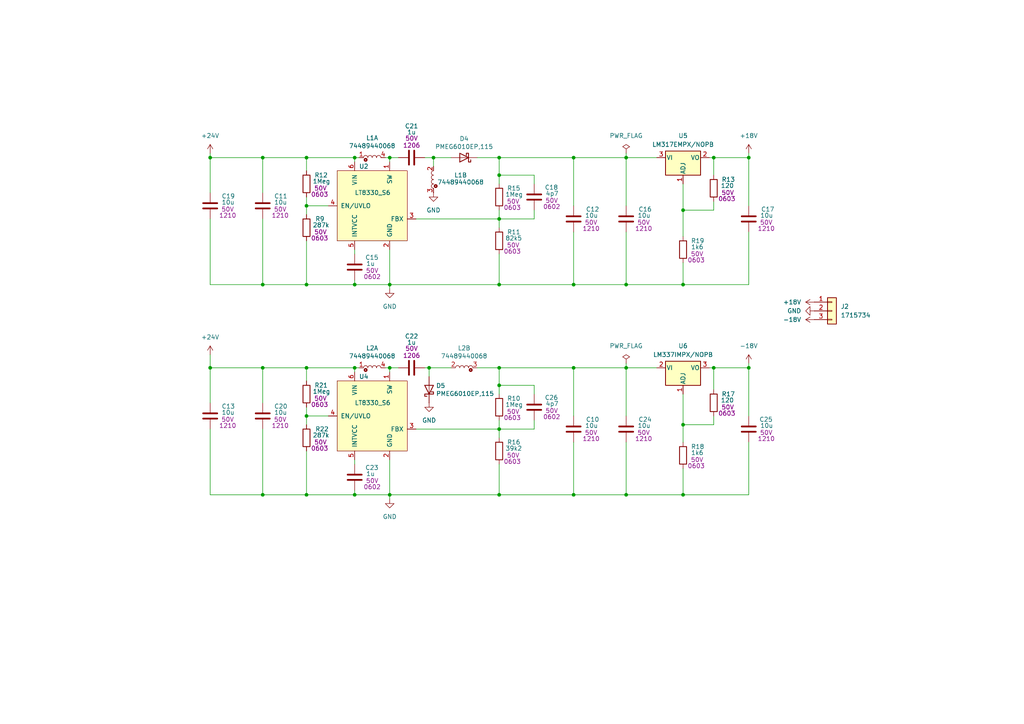
<source format=kicad_sch>
(kicad_sch
	(version 20231120)
	(generator "eeschema")
	(generator_version "8.0")
	(uuid "f2578484-76ec-43bd-baa4-f9a3f673f914")
	(paper "A4")
	(lib_symbols
		(symbol "Connector_Generic:Conn_01x03"
			(pin_names
				(offset 1.016) hide)
			(exclude_from_sim no)
			(in_bom yes)
			(on_board yes)
			(property "Reference" "J"
				(at 0 5.08 0)
				(effects
					(font
						(size 1.27 1.27)
					)
				)
			)
			(property "Value" "Conn_01x03"
				(at 0 -5.08 0)
				(effects
					(font
						(size 1.27 1.27)
					)
				)
			)
			(property "Footprint" ""
				(at 0 0 0)
				(effects
					(font
						(size 1.27 1.27)
					)
					(hide yes)
				)
			)
			(property "Datasheet" "~"
				(at 0 0 0)
				(effects
					(font
						(size 1.27 1.27)
					)
					(hide yes)
				)
			)
			(property "Description" "Generic connector, single row, 01x03, script generated (kicad-library-utils/schlib/autogen/connector/)"
				(at 0 0 0)
				(effects
					(font
						(size 1.27 1.27)
					)
					(hide yes)
				)
			)
			(property "ki_keywords" "connector"
				(at 0 0 0)
				(effects
					(font
						(size 1.27 1.27)
					)
					(hide yes)
				)
			)
			(property "ki_fp_filters" "Connector*:*_1x??_*"
				(at 0 0 0)
				(effects
					(font
						(size 1.27 1.27)
					)
					(hide yes)
				)
			)
			(symbol "Conn_01x03_1_1"
				(rectangle
					(start -1.27 -2.413)
					(end 0 -2.667)
					(stroke
						(width 0.1524)
						(type default)
					)
					(fill
						(type none)
					)
				)
				(rectangle
					(start -1.27 0.127)
					(end 0 -0.127)
					(stroke
						(width 0.1524)
						(type default)
					)
					(fill
						(type none)
					)
				)
				(rectangle
					(start -1.27 2.667)
					(end 0 2.413)
					(stroke
						(width 0.1524)
						(type default)
					)
					(fill
						(type none)
					)
				)
				(rectangle
					(start -1.27 3.81)
					(end 1.27 -3.81)
					(stroke
						(width 0.254)
						(type default)
					)
					(fill
						(type background)
					)
				)
				(pin passive line
					(at -5.08 2.54 0)
					(length 3.81)
					(name "Pin_1"
						(effects
							(font
								(size 1.27 1.27)
							)
						)
					)
					(number "1"
						(effects
							(font
								(size 1.27 1.27)
							)
						)
					)
				)
				(pin passive line
					(at -5.08 0 0)
					(length 3.81)
					(name "Pin_2"
						(effects
							(font
								(size 1.27 1.27)
							)
						)
					)
					(number "2"
						(effects
							(font
								(size 1.27 1.27)
							)
						)
					)
				)
				(pin passive line
					(at -5.08 -2.54 0)
					(length 3.81)
					(name "Pin_3"
						(effects
							(font
								(size 1.27 1.27)
							)
						)
					)
					(number "3"
						(effects
							(font
								(size 1.27 1.27)
							)
						)
					)
				)
			)
		)
		(symbol "Device:C"
			(pin_numbers hide)
			(pin_names
				(offset 0.254)
			)
			(exclude_from_sim no)
			(in_bom yes)
			(on_board yes)
			(property "Reference" "C"
				(at 0.635 2.54 0)
				(effects
					(font
						(size 1.27 1.27)
					)
					(justify left)
				)
			)
			(property "Value" "C"
				(at 0.635 -2.54 0)
				(effects
					(font
						(size 1.27 1.27)
					)
					(justify left)
				)
			)
			(property "Footprint" ""
				(at 0.9652 -3.81 0)
				(effects
					(font
						(size 1.27 1.27)
					)
					(hide yes)
				)
			)
			(property "Datasheet" "~"
				(at 0 0 0)
				(effects
					(font
						(size 1.27 1.27)
					)
					(hide yes)
				)
			)
			(property "Description" "Unpolarized capacitor"
				(at 0 0 0)
				(effects
					(font
						(size 1.27 1.27)
					)
					(hide yes)
				)
			)
			(property "ki_keywords" "cap capacitor"
				(at 0 0 0)
				(effects
					(font
						(size 1.27 1.27)
					)
					(hide yes)
				)
			)
			(property "ki_fp_filters" "C_*"
				(at 0 0 0)
				(effects
					(font
						(size 1.27 1.27)
					)
					(hide yes)
				)
			)
			(symbol "C_0_1"
				(polyline
					(pts
						(xy -2.032 -0.762) (xy 2.032 -0.762)
					)
					(stroke
						(width 0.508)
						(type default)
					)
					(fill
						(type none)
					)
				)
				(polyline
					(pts
						(xy -2.032 0.762) (xy 2.032 0.762)
					)
					(stroke
						(width 0.508)
						(type default)
					)
					(fill
						(type none)
					)
				)
			)
			(symbol "C_1_1"
				(pin passive line
					(at 0 3.81 270)
					(length 2.794)
					(name "~"
						(effects
							(font
								(size 1.27 1.27)
							)
						)
					)
					(number "1"
						(effects
							(font
								(size 1.27 1.27)
							)
						)
					)
				)
				(pin passive line
					(at 0 -3.81 90)
					(length 2.794)
					(name "~"
						(effects
							(font
								(size 1.27 1.27)
							)
						)
					)
					(number "2"
						(effects
							(font
								(size 1.27 1.27)
							)
						)
					)
				)
			)
		)
		(symbol "Device:D_Schottky"
			(pin_numbers hide)
			(pin_names
				(offset 1.016) hide)
			(exclude_from_sim no)
			(in_bom yes)
			(on_board yes)
			(property "Reference" "D"
				(at 0 2.54 0)
				(effects
					(font
						(size 1.27 1.27)
					)
				)
			)
			(property "Value" "D_Schottky"
				(at 0 -2.54 0)
				(effects
					(font
						(size 1.27 1.27)
					)
				)
			)
			(property "Footprint" ""
				(at 0 0 0)
				(effects
					(font
						(size 1.27 1.27)
					)
					(hide yes)
				)
			)
			(property "Datasheet" "~"
				(at 0 0 0)
				(effects
					(font
						(size 1.27 1.27)
					)
					(hide yes)
				)
			)
			(property "Description" "Schottky diode"
				(at 0 0 0)
				(effects
					(font
						(size 1.27 1.27)
					)
					(hide yes)
				)
			)
			(property "ki_keywords" "diode Schottky"
				(at 0 0 0)
				(effects
					(font
						(size 1.27 1.27)
					)
					(hide yes)
				)
			)
			(property "ki_fp_filters" "TO-???* *_Diode_* *SingleDiode* D_*"
				(at 0 0 0)
				(effects
					(font
						(size 1.27 1.27)
					)
					(hide yes)
				)
			)
			(symbol "D_Schottky_0_1"
				(polyline
					(pts
						(xy 1.27 0) (xy -1.27 0)
					)
					(stroke
						(width 0)
						(type default)
					)
					(fill
						(type none)
					)
				)
				(polyline
					(pts
						(xy 1.27 1.27) (xy 1.27 -1.27) (xy -1.27 0) (xy 1.27 1.27)
					)
					(stroke
						(width 0.254)
						(type default)
					)
					(fill
						(type none)
					)
				)
				(polyline
					(pts
						(xy -1.905 0.635) (xy -1.905 1.27) (xy -1.27 1.27) (xy -1.27 -1.27) (xy -0.635 -1.27) (xy -0.635 -0.635)
					)
					(stroke
						(width 0.254)
						(type default)
					)
					(fill
						(type none)
					)
				)
			)
			(symbol "D_Schottky_1_1"
				(pin passive line
					(at -3.81 0 0)
					(length 2.54)
					(name "K"
						(effects
							(font
								(size 1.27 1.27)
							)
						)
					)
					(number "1"
						(effects
							(font
								(size 1.27 1.27)
							)
						)
					)
				)
				(pin passive line
					(at 3.81 0 180)
					(length 2.54)
					(name "A"
						(effects
							(font
								(size 1.27 1.27)
							)
						)
					)
					(number "2"
						(effects
							(font
								(size 1.27 1.27)
							)
						)
					)
				)
			)
		)
		(symbol "Device:R"
			(pin_numbers hide)
			(pin_names
				(offset 0)
			)
			(exclude_from_sim no)
			(in_bom yes)
			(on_board yes)
			(property "Reference" "R"
				(at 2.032 0 90)
				(effects
					(font
						(size 1.27 1.27)
					)
				)
			)
			(property "Value" "R"
				(at 0 0 90)
				(effects
					(font
						(size 1.27 1.27)
					)
				)
			)
			(property "Footprint" ""
				(at -1.778 0 90)
				(effects
					(font
						(size 1.27 1.27)
					)
					(hide yes)
				)
			)
			(property "Datasheet" "~"
				(at 0 0 0)
				(effects
					(font
						(size 1.27 1.27)
					)
					(hide yes)
				)
			)
			(property "Description" "Resistor"
				(at 0 0 0)
				(effects
					(font
						(size 1.27 1.27)
					)
					(hide yes)
				)
			)
			(property "ki_keywords" "R res resistor"
				(at 0 0 0)
				(effects
					(font
						(size 1.27 1.27)
					)
					(hide yes)
				)
			)
			(property "ki_fp_filters" "R_*"
				(at 0 0 0)
				(effects
					(font
						(size 1.27 1.27)
					)
					(hide yes)
				)
			)
			(symbol "R_0_1"
				(rectangle
					(start -1.016 -2.54)
					(end 1.016 2.54)
					(stroke
						(width 0.254)
						(type default)
					)
					(fill
						(type none)
					)
				)
			)
			(symbol "R_1_1"
				(pin passive line
					(at 0 3.81 270)
					(length 1.27)
					(name "~"
						(effects
							(font
								(size 1.27 1.27)
							)
						)
					)
					(number "1"
						(effects
							(font
								(size 1.27 1.27)
							)
						)
					)
				)
				(pin passive line
					(at 0 -3.81 90)
					(length 1.27)
					(name "~"
						(effects
							(font
								(size 1.27 1.27)
							)
						)
					)
					(number "2"
						(effects
							(font
								(size 1.27 1.27)
							)
						)
					)
				)
			)
		)
		(symbol "Regulator_Linear:LM317_SOT-223"
			(pin_names
				(offset 0.254)
			)
			(exclude_from_sim no)
			(in_bom yes)
			(on_board yes)
			(property "Reference" "U"
				(at -3.81 3.175 0)
				(effects
					(font
						(size 1.27 1.27)
					)
				)
			)
			(property "Value" "LM317_SOT-223"
				(at 0 3.175 0)
				(effects
					(font
						(size 1.27 1.27)
					)
					(justify left)
				)
			)
			(property "Footprint" "Package_TO_SOT_SMD:SOT-223-3_TabPin2"
				(at 0 6.35 0)
				(effects
					(font
						(size 1.27 1.27)
						(italic yes)
					)
					(hide yes)
				)
			)
			(property "Datasheet" "http://www.ti.com/lit/ds/symlink/lm317.pdf"
				(at 0 0 0)
				(effects
					(font
						(size 1.27 1.27)
					)
					(hide yes)
				)
			)
			(property "Description" "1.5A 35V Adjustable Linear Regulator, SOT-223"
				(at 0 0 0)
				(effects
					(font
						(size 1.27 1.27)
					)
					(hide yes)
				)
			)
			(property "ki_keywords" "Adjustable Voltage Regulator 1A Positive"
				(at 0 0 0)
				(effects
					(font
						(size 1.27 1.27)
					)
					(hide yes)
				)
			)
			(property "ki_fp_filters" "SOT?223*TabPin2*"
				(at 0 0 0)
				(effects
					(font
						(size 1.27 1.27)
					)
					(hide yes)
				)
			)
			(symbol "LM317_SOT-223_0_1"
				(rectangle
					(start -5.08 1.905)
					(end 5.08 -5.08)
					(stroke
						(width 0.254)
						(type default)
					)
					(fill
						(type background)
					)
				)
			)
			(symbol "LM317_SOT-223_1_1"
				(pin input line
					(at 0 -7.62 90)
					(length 2.54)
					(name "ADJ"
						(effects
							(font
								(size 1.27 1.27)
							)
						)
					)
					(number "1"
						(effects
							(font
								(size 1.27 1.27)
							)
						)
					)
				)
				(pin power_out line
					(at 7.62 0 180)
					(length 2.54)
					(name "VO"
						(effects
							(font
								(size 1.27 1.27)
							)
						)
					)
					(number "2"
						(effects
							(font
								(size 1.27 1.27)
							)
						)
					)
				)
				(pin power_in line
					(at -7.62 0 0)
					(length 2.54)
					(name "VI"
						(effects
							(font
								(size 1.27 1.27)
							)
						)
					)
					(number "3"
						(effects
							(font
								(size 1.27 1.27)
							)
						)
					)
				)
			)
		)
		(symbol "Regulator_Linear:LM337_SOT223"
			(pin_names
				(offset 0.254)
			)
			(exclude_from_sim no)
			(in_bom yes)
			(on_board yes)
			(property "Reference" "U"
				(at -3.81 -3.175 0)
				(effects
					(font
						(size 1.27 1.27)
					)
				)
			)
			(property "Value" "LM337_SOT223"
				(at 0 -3.175 0)
				(effects
					(font
						(size 1.27 1.27)
					)
					(justify left)
				)
			)
			(property "Footprint" "Package_TO_SOT_SMD:SOT-223-3_TabPin2"
				(at 0 -5.08 0)
				(effects
					(font
						(size 1.27 1.27)
						(italic yes)
					)
					(hide yes)
				)
			)
			(property "Datasheet" "http://www.ti.com/lit/ds/symlink/lm337-n.pdf"
				(at 0 0 0)
				(effects
					(font
						(size 1.27 1.27)
					)
					(hide yes)
				)
			)
			(property "Description" "Negative 1A 35V Adjustable Linear Regulator, SOT-223"
				(at 0 0 0)
				(effects
					(font
						(size 1.27 1.27)
					)
					(hide yes)
				)
			)
			(property "ki_keywords" "Adjustable Voltage Regulator 1A Negative"
				(at 0 0 0)
				(effects
					(font
						(size 1.27 1.27)
					)
					(hide yes)
				)
			)
			(property "ki_fp_filters" "SOT?223*"
				(at 0 0 0)
				(effects
					(font
						(size 1.27 1.27)
					)
					(hide yes)
				)
			)
			(symbol "LM337_SOT223_0_1"
				(rectangle
					(start -5.08 5.08)
					(end 5.08 -1.905)
					(stroke
						(width 0.254)
						(type default)
					)
					(fill
						(type background)
					)
				)
			)
			(symbol "LM337_SOT223_1_1"
				(pin input line
					(at 0 7.62 270)
					(length 2.54)
					(name "ADJ"
						(effects
							(font
								(size 1.27 1.27)
							)
						)
					)
					(number "1"
						(effects
							(font
								(size 1.27 1.27)
							)
						)
					)
				)
				(pin power_in line
					(at -7.62 0 0)
					(length 2.54)
					(name "VI"
						(effects
							(font
								(size 1.27 1.27)
							)
						)
					)
					(number "2"
						(effects
							(font
								(size 1.27 1.27)
							)
						)
					)
				)
				(pin power_out line
					(at 7.62 0 180)
					(length 2.54)
					(name "VO"
						(effects
							(font
								(size 1.27 1.27)
							)
						)
					)
					(number "3"
						(effects
							(font
								(size 1.27 1.27)
							)
						)
					)
				)
			)
		)
		(symbol "UCC25800:+18V"
			(power)
			(pin_numbers hide)
			(pin_names
				(offset 0) hide)
			(exclude_from_sim no)
			(in_bom yes)
			(on_board yes)
			(property "Reference" "#PWR"
				(at 0 -3.81 0)
				(effects
					(font
						(size 1.27 1.27)
					)
					(hide yes)
				)
			)
			(property "Value" "+18V"
				(at 0 3.556 0)
				(effects
					(font
						(size 1.27 1.27)
					)
				)
			)
			(property "Footprint" ""
				(at 0 0 0)
				(effects
					(font
						(size 1.27 1.27)
					)
					(hide yes)
				)
			)
			(property "Datasheet" ""
				(at 0 0 0)
				(effects
					(font
						(size 1.27 1.27)
					)
					(hide yes)
				)
			)
			(property "Description" "Power symbol creates a global label "
				(at 0 0 0)
				(effects
					(font
						(size 1.27 1.27)
					)
					(hide yes)
				)
			)
			(property "ki_keywords" "global power"
				(at 0 0 0)
				(effects
					(font
						(size 1.27 1.27)
					)
					(hide yes)
				)
			)
			(symbol "+18V_0_1"
				(polyline
					(pts
						(xy -0.762 1.27) (xy 0 2.54)
					)
					(stroke
						(width 0)
						(type default)
					)
					(fill
						(type none)
					)
				)
				(polyline
					(pts
						(xy 0 0) (xy 0 2.54)
					)
					(stroke
						(width 0)
						(type default)
					)
					(fill
						(type none)
					)
				)
				(polyline
					(pts
						(xy 0 2.54) (xy 0.762 1.27)
					)
					(stroke
						(width 0)
						(type default)
					)
					(fill
						(type none)
					)
				)
			)
			(symbol "+18V_1_1"
				(pin power_in line
					(at 0 0 90)
					(length 0)
					(name "~"
						(effects
							(font
								(size 1.27 1.27)
							)
						)
					)
					(number "1"
						(effects
							(font
								(size 1.27 1.27)
							)
						)
					)
				)
			)
		)
		(symbol "UCC25800:-18V"
			(power)
			(pin_numbers hide)
			(pin_names
				(offset 0) hide)
			(exclude_from_sim no)
			(in_bom yes)
			(on_board yes)
			(property "Reference" "#PWR"
				(at 0 -3.81 0)
				(effects
					(font
						(size 1.27 1.27)
					)
					(hide yes)
				)
			)
			(property "Value" "-18V"
				(at 0 3.556 0)
				(effects
					(font
						(size 1.27 1.27)
					)
				)
			)
			(property "Footprint" ""
				(at 0 0 0)
				(effects
					(font
						(size 1.27 1.27)
					)
					(hide yes)
				)
			)
			(property "Datasheet" ""
				(at 0 0 0)
				(effects
					(font
						(size 1.27 1.27)
					)
					(hide yes)
				)
			)
			(property "Description" "Power symbol creates a global label "
				(at 0 0 0)
				(effects
					(font
						(size 1.27 1.27)
					)
					(hide yes)
				)
			)
			(property "ki_keywords" "global power"
				(at 0 0 0)
				(effects
					(font
						(size 1.27 1.27)
					)
					(hide yes)
				)
			)
			(symbol "-18V_0_1"
				(polyline
					(pts
						(xy -0.762 1.27) (xy 0 2.54)
					)
					(stroke
						(width 0)
						(type default)
					)
					(fill
						(type none)
					)
				)
				(polyline
					(pts
						(xy 0 0) (xy 0 2.54)
					)
					(stroke
						(width 0)
						(type default)
					)
					(fill
						(type none)
					)
				)
				(polyline
					(pts
						(xy 0 2.54) (xy 0.762 1.27)
					)
					(stroke
						(width 0)
						(type default)
					)
					(fill
						(type none)
					)
				)
			)
			(symbol "-18V_1_1"
				(pin power_in line
					(at 0 0 90)
					(length 0)
					(name "~"
						(effects
							(font
								(size 1.27 1.27)
							)
						)
					)
					(number "1"
						(effects
							(font
								(size 1.27 1.27)
							)
						)
					)
				)
			)
		)
		(symbol "UCC25800:74489440068"
			(pin_names
				(offset 1.016)
			)
			(exclude_from_sim no)
			(in_bom yes)
			(on_board yes)
			(property "Reference" "L2"
				(at 0 5.715 0)
				(effects
					(font
						(size 1.27 1.27)
					)
				)
			)
			(property "Value" "74489440068"
				(at 0 3.4036 0)
				(effects
					(font
						(size 1.27 1.27)
					)
				)
			)
			(property "Footprint" "UCC25800:74489440068"
				(at 1.27 10.16 0)
				(effects
					(font
						(size 1.27 1.27)
					)
					(hide yes)
				)
			)
			(property "Datasheet" ""
				(at 1.27 10.16 0)
				(effects
					(font
						(size 1.27 1.27)
					)
					(hide yes)
				)
			)
			(property "Description" ""
				(at 0 0 0)
				(effects
					(font
						(size 1.27 1.27)
					)
					(hide yes)
				)
			)
			(symbol "74489440068_0_1"
				(circle
					(center -1.905 -0.635)
					(radius 0.3556)
					(stroke
						(width 0.4064)
						(type solid)
					)
					(fill
						(type none)
					)
				)
			)
			(symbol "74489440068_1_1"
				(arc
					(start -1.27 0)
					(mid -1.905 0.6323)
					(end -2.54 0)
					(stroke
						(width 0)
						(type solid)
					)
					(fill
						(type none)
					)
				)
				(arc
					(start 0 0)
					(mid -0.635 0.6323)
					(end -1.27 0)
					(stroke
						(width 0)
						(type solid)
					)
					(fill
						(type none)
					)
				)
				(arc
					(start 1.27 0)
					(mid 0.635 0.6323)
					(end 0 0)
					(stroke
						(width 0)
						(type solid)
					)
					(fill
						(type none)
					)
				)
				(arc
					(start 2.54 0)
					(mid 1.905 0.6323)
					(end 1.27 0)
					(stroke
						(width 0)
						(type solid)
					)
					(fill
						(type none)
					)
				)
				(pin passive line
					(at -3.81 0 0)
					(length 1.27)
					(name "~"
						(effects
							(font
								(size 1.27 1.27)
							)
						)
					)
					(number "1"
						(effects
							(font
								(size 1.27 1.27)
							)
						)
					)
				)
				(pin passive line
					(at 3.81 0 180)
					(length 1.27)
					(name "~"
						(effects
							(font
								(size 1.27 1.27)
							)
						)
					)
					(number "4"
						(effects
							(font
								(size 1.27 1.27)
							)
						)
					)
				)
			)
			(symbol "74489440068_2_1"
				(arc
					(start -1.27 0)
					(mid -1.905 0.6323)
					(end -2.54 0)
					(stroke
						(width 0)
						(type solid)
					)
					(fill
						(type none)
					)
				)
				(arc
					(start 0 0)
					(mid -0.635 0.6323)
					(end -1.27 0)
					(stroke
						(width 0)
						(type solid)
					)
					(fill
						(type none)
					)
				)
				(arc
					(start 1.27 0)
					(mid 0.635 0.6323)
					(end 0 0)
					(stroke
						(width 0)
						(type solid)
					)
					(fill
						(type none)
					)
				)
				(arc
					(start 2.54 0)
					(mid 1.905 0.6323)
					(end 1.27 0)
					(stroke
						(width 0)
						(type solid)
					)
					(fill
						(type none)
					)
				)
				(pin passive line
					(at 3.81 0 180)
					(length 1.27)
					(name "~"
						(effects
							(font
								(size 1.27 1.27)
							)
						)
					)
					(number "2"
						(effects
							(font
								(size 1.27 1.27)
							)
						)
					)
				)
				(pin passive line
					(at -3.81 0 0)
					(length 1.27)
					(name "~"
						(effects
							(font
								(size 1.27 1.27)
							)
						)
					)
					(number "3"
						(effects
							(font
								(size 1.27 1.27)
							)
						)
					)
				)
			)
		)
		(symbol "UCC25800:LT8330_S6"
			(pin_names
				(offset 1.016)
			)
			(exclude_from_sim no)
			(in_bom yes)
			(on_board yes)
			(property "Reference" "U2"
				(at -3.81 11.43 0)
				(effects
					(font
						(size 1.27 1.27)
					)
					(justify left)
				)
			)
			(property "Value" "LT8330_S6"
				(at -5.08 3.81 0)
				(effects
					(font
						(size 1.27 1.27)
					)
					(justify left)
				)
			)
			(property "Footprint" "Package_TO_SOT_SMD:TSOT-23-6_HandSoldering"
				(at 22.86 7.62 0)
				(effects
					(font
						(size 1.27 1.27)
					)
					(hide yes)
				)
			)
			(property "Datasheet" ""
				(at 22.86 7.62 0)
				(effects
					(font
						(size 1.27 1.27)
					)
					(hide yes)
				)
			)
			(property "Description" ""
				(at 0 0 0)
				(effects
					(font
						(size 1.27 1.27)
					)
					(hide yes)
				)
			)
			(symbol "LT8330_S6_0_1"
				(rectangle
					(start -10.16 10.16)
					(end 10.16 -10.16)
					(stroke
						(width 0)
						(type solid)
					)
					(fill
						(type background)
					)
				)
			)
			(symbol "LT8330_S6_1_1"
				(pin passive line
					(at 5.08 12.7 270)
					(length 2.54)
					(name "SW"
						(effects
							(font
								(size 1.27 1.27)
							)
						)
					)
					(number "1"
						(effects
							(font
								(size 1.27 1.27)
							)
						)
					)
				)
				(pin passive line
					(at 5.08 -12.7 90)
					(length 2.54)
					(name "GND"
						(effects
							(font
								(size 1.27 1.27)
							)
						)
					)
					(number "2"
						(effects
							(font
								(size 1.27 1.27)
							)
						)
					)
				)
				(pin passive line
					(at 12.7 -3.81 180)
					(length 2.54)
					(name "FBX"
						(effects
							(font
								(size 1.27 1.27)
							)
						)
					)
					(number "3"
						(effects
							(font
								(size 1.27 1.27)
							)
						)
					)
				)
				(pin passive line
					(at -12.7 0 0)
					(length 2.54)
					(name "EN/UVLO"
						(effects
							(font
								(size 1.27 1.27)
							)
						)
					)
					(number "4"
						(effects
							(font
								(size 1.27 1.27)
							)
						)
					)
				)
				(pin passive line
					(at -5.08 -12.7 90)
					(length 2.54)
					(name "INTVCC"
						(effects
							(font
								(size 1.27 1.27)
							)
						)
					)
					(number "5"
						(effects
							(font
								(size 1.27 1.27)
							)
						)
					)
				)
				(pin passive line
					(at -5.08 12.7 270)
					(length 2.54)
					(name "VIN"
						(effects
							(font
								(size 1.27 1.27)
							)
						)
					)
					(number "6"
						(effects
							(font
								(size 1.27 1.27)
							)
						)
					)
				)
			)
		)
		(symbol "power:+24V"
			(power)
			(pin_numbers hide)
			(pin_names
				(offset 0) hide)
			(exclude_from_sim no)
			(in_bom yes)
			(on_board yes)
			(property "Reference" "#PWR"
				(at 0 -3.81 0)
				(effects
					(font
						(size 1.27 1.27)
					)
					(hide yes)
				)
			)
			(property "Value" "+24V"
				(at 0 3.556 0)
				(effects
					(font
						(size 1.27 1.27)
					)
				)
			)
			(property "Footprint" ""
				(at 0 0 0)
				(effects
					(font
						(size 1.27 1.27)
					)
					(hide yes)
				)
			)
			(property "Datasheet" ""
				(at 0 0 0)
				(effects
					(font
						(size 1.27 1.27)
					)
					(hide yes)
				)
			)
			(property "Description" "Power symbol creates a global label with name \"+24V\""
				(at 0 0 0)
				(effects
					(font
						(size 1.27 1.27)
					)
					(hide yes)
				)
			)
			(property "ki_keywords" "global power"
				(at 0 0 0)
				(effects
					(font
						(size 1.27 1.27)
					)
					(hide yes)
				)
			)
			(symbol "+24V_0_1"
				(polyline
					(pts
						(xy -0.762 1.27) (xy 0 2.54)
					)
					(stroke
						(width 0)
						(type default)
					)
					(fill
						(type none)
					)
				)
				(polyline
					(pts
						(xy 0 0) (xy 0 2.54)
					)
					(stroke
						(width 0)
						(type default)
					)
					(fill
						(type none)
					)
				)
				(polyline
					(pts
						(xy 0 2.54) (xy 0.762 1.27)
					)
					(stroke
						(width 0)
						(type default)
					)
					(fill
						(type none)
					)
				)
			)
			(symbol "+24V_1_1"
				(pin power_in line
					(at 0 0 90)
					(length 0)
					(name "~"
						(effects
							(font
								(size 1.27 1.27)
							)
						)
					)
					(number "1"
						(effects
							(font
								(size 1.27 1.27)
							)
						)
					)
				)
			)
		)
		(symbol "power:GND"
			(power)
			(pin_numbers hide)
			(pin_names
				(offset 0) hide)
			(exclude_from_sim no)
			(in_bom yes)
			(on_board yes)
			(property "Reference" "#PWR"
				(at 0 -6.35 0)
				(effects
					(font
						(size 1.27 1.27)
					)
					(hide yes)
				)
			)
			(property "Value" "GND"
				(at 0 -3.81 0)
				(effects
					(font
						(size 1.27 1.27)
					)
				)
			)
			(property "Footprint" ""
				(at 0 0 0)
				(effects
					(font
						(size 1.27 1.27)
					)
					(hide yes)
				)
			)
			(property "Datasheet" ""
				(at 0 0 0)
				(effects
					(font
						(size 1.27 1.27)
					)
					(hide yes)
				)
			)
			(property "Description" "Power symbol creates a global label with name \"GND\" , ground"
				(at 0 0 0)
				(effects
					(font
						(size 1.27 1.27)
					)
					(hide yes)
				)
			)
			(property "ki_keywords" "global power"
				(at 0 0 0)
				(effects
					(font
						(size 1.27 1.27)
					)
					(hide yes)
				)
			)
			(symbol "GND_0_1"
				(polyline
					(pts
						(xy 0 0) (xy 0 -1.27) (xy 1.27 -1.27) (xy 0 -2.54) (xy -1.27 -1.27) (xy 0 -1.27)
					)
					(stroke
						(width 0)
						(type default)
					)
					(fill
						(type none)
					)
				)
			)
			(symbol "GND_1_1"
				(pin power_in line
					(at 0 0 270)
					(length 0)
					(name "~"
						(effects
							(font
								(size 1.27 1.27)
							)
						)
					)
					(number "1"
						(effects
							(font
								(size 1.27 1.27)
							)
						)
					)
				)
			)
		)
		(symbol "power:PWR_FLAG"
			(power)
			(pin_numbers hide)
			(pin_names
				(offset 0) hide)
			(exclude_from_sim no)
			(in_bom yes)
			(on_board yes)
			(property "Reference" "#FLG"
				(at 0 1.905 0)
				(effects
					(font
						(size 1.27 1.27)
					)
					(hide yes)
				)
			)
			(property "Value" "PWR_FLAG"
				(at 0 3.81 0)
				(effects
					(font
						(size 1.27 1.27)
					)
				)
			)
			(property "Footprint" ""
				(at 0 0 0)
				(effects
					(font
						(size 1.27 1.27)
					)
					(hide yes)
				)
			)
			(property "Datasheet" "~"
				(at 0 0 0)
				(effects
					(font
						(size 1.27 1.27)
					)
					(hide yes)
				)
			)
			(property "Description" "Special symbol for telling ERC where power comes from"
				(at 0 0 0)
				(effects
					(font
						(size 1.27 1.27)
					)
					(hide yes)
				)
			)
			(property "ki_keywords" "flag power"
				(at 0 0 0)
				(effects
					(font
						(size 1.27 1.27)
					)
					(hide yes)
				)
			)
			(symbol "PWR_FLAG_0_0"
				(pin power_out line
					(at 0 0 90)
					(length 0)
					(name "~"
						(effects
							(font
								(size 1.27 1.27)
							)
						)
					)
					(number "1"
						(effects
							(font
								(size 1.27 1.27)
							)
						)
					)
				)
			)
			(symbol "PWR_FLAG_0_1"
				(polyline
					(pts
						(xy 0 0) (xy 0 1.27) (xy -1.016 1.905) (xy 0 2.54) (xy 1.016 1.905) (xy 0 1.27)
					)
					(stroke
						(width 0)
						(type default)
					)
					(fill
						(type none)
					)
				)
			)
		)
	)
	(junction
		(at 76.2 106.68)
		(diameter 0)
		(color 0 0 0 0)
		(uuid "01782bee-fd7e-43c1-b0a6-ca6803518276")
	)
	(junction
		(at 76.2 82.55)
		(diameter 0)
		(color 0 0 0 0)
		(uuid "0832c6f1-2823-4531-8ca8-554e2f4f4e0b")
	)
	(junction
		(at 207.01 45.72)
		(diameter 0)
		(color 0 0 0 0)
		(uuid "10e385ba-acde-4045-9cde-9c7a0196a6f3")
	)
	(junction
		(at 144.78 143.51)
		(diameter 0)
		(color 0 0 0 0)
		(uuid "1b5ab9d8-75ac-4aff-bc08-694ed4c93ca4")
	)
	(junction
		(at 113.03 106.68)
		(diameter 0)
		(color 0 0 0 0)
		(uuid "207b8dc6-68fb-44bf-8148-29c962bc3dcf")
	)
	(junction
		(at 88.9 143.51)
		(diameter 0)
		(color 0 0 0 0)
		(uuid "216e0177-9de9-43a0-90da-e88bc201c58e")
	)
	(junction
		(at 102.87 143.51)
		(diameter 0)
		(color 0 0 0 0)
		(uuid "23c16f6d-c09b-4d56-bb3f-c2369d7780e7")
	)
	(junction
		(at 113.03 143.51)
		(diameter 0)
		(color 0 0 0 0)
		(uuid "2c8dfd1b-0841-4e91-9b92-bee8307efb4d")
	)
	(junction
		(at 166.37 82.55)
		(diameter 0)
		(color 0 0 0 0)
		(uuid "2c909bda-8641-4c8d-867e-e5b9e1743403")
	)
	(junction
		(at 181.61 82.55)
		(diameter 0)
		(color 0 0 0 0)
		(uuid "3b6561d3-06f1-4fcc-bd7a-d731ab58bd8b")
	)
	(junction
		(at 60.96 45.72)
		(diameter 0)
		(color 0 0 0 0)
		(uuid "40558003-f5fa-4562-b30e-32c9dfba04e6")
	)
	(junction
		(at 198.12 60.96)
		(diameter 0)
		(color 0 0 0 0)
		(uuid "44b81dc9-10b9-4da1-aa44-efe59500c8b4")
	)
	(junction
		(at 113.03 45.72)
		(diameter 0)
		(color 0 0 0 0)
		(uuid "46255d63-e651-4ca6-a86e-6f289d6a3df7")
	)
	(junction
		(at 217.17 45.72)
		(diameter 0)
		(color 0 0 0 0)
		(uuid "46ca1bdb-022e-4aff-908e-a7eb4475165a")
	)
	(junction
		(at 144.78 106.68)
		(diameter 0)
		(color 0 0 0 0)
		(uuid "48ec95e8-5c58-45e7-80f9-7ee94335cf56")
	)
	(junction
		(at 88.9 106.68)
		(diameter 0)
		(color 0 0 0 0)
		(uuid "4c1f92e2-05c1-4338-8004-00dc74205d7a")
	)
	(junction
		(at 144.78 45.72)
		(diameter 0)
		(color 0 0 0 0)
		(uuid "506467ad-574a-4b05-9b52-7fcf25c1d606")
	)
	(junction
		(at 60.96 106.68)
		(diameter 0)
		(color 0 0 0 0)
		(uuid "52819c12-4aa1-43dd-8356-ecb5bf08068f")
	)
	(junction
		(at 181.61 106.68)
		(diameter 0)
		(color 0 0 0 0)
		(uuid "57d12641-fea7-4b61-b538-b2c5f0f2b527")
	)
	(junction
		(at 88.9 120.65)
		(diameter 0)
		(color 0 0 0 0)
		(uuid "6fe9d377-3e55-4a29-82c4-643e32c0fb01")
	)
	(junction
		(at 88.9 82.55)
		(diameter 0)
		(color 0 0 0 0)
		(uuid "74b491fe-3e71-4089-9652-895f0c7bafde")
	)
	(junction
		(at 102.87 45.72)
		(diameter 0)
		(color 0 0 0 0)
		(uuid "7e7963ca-5883-4a9a-ba95-954c218c102d")
	)
	(junction
		(at 166.37 143.51)
		(diameter 0)
		(color 0 0 0 0)
		(uuid "85604c9d-9da3-4376-be29-52d34a780cf2")
	)
	(junction
		(at 144.78 111.76)
		(diameter 0)
		(color 0 0 0 0)
		(uuid "889b84ec-f432-4c41-bedf-094fedd8e77b")
	)
	(junction
		(at 76.2 45.72)
		(diameter 0)
		(color 0 0 0 0)
		(uuid "924b2310-96fd-44a5-959f-23f521f1e89f")
	)
	(junction
		(at 144.78 63.5)
		(diameter 0)
		(color 0 0 0 0)
		(uuid "97a7da76-3bee-4d7e-b3f4-a494c2e6df5f")
	)
	(junction
		(at 217.17 106.68)
		(diameter 0)
		(color 0 0 0 0)
		(uuid "9b8a4aa2-2019-4599-b88c-dddee71e60b2")
	)
	(junction
		(at 198.12 123.19)
		(diameter 0)
		(color 0 0 0 0)
		(uuid "9e995cd8-3be2-40fe-a0ed-5b356b0c0624")
	)
	(junction
		(at 144.78 124.46)
		(diameter 0)
		(color 0 0 0 0)
		(uuid "9f127d74-1c2f-4aa5-b35e-40225833c08f")
	)
	(junction
		(at 124.46 106.68)
		(diameter 0)
		(color 0 0 0 0)
		(uuid "a71d2a36-e5a1-4d06-8af9-c417efca10dd")
	)
	(junction
		(at 125.73 45.72)
		(diameter 0)
		(color 0 0 0 0)
		(uuid "ac67df3c-870f-4725-8a30-6fdd4ef57d3c")
	)
	(junction
		(at 198.12 82.55)
		(diameter 0)
		(color 0 0 0 0)
		(uuid "b7b12787-0250-46ab-afbc-558e40f06a55")
	)
	(junction
		(at 76.2 143.51)
		(diameter 0)
		(color 0 0 0 0)
		(uuid "bad2ee49-1ed8-4789-b59b-e53bd6aa0fe0")
	)
	(junction
		(at 102.87 106.68)
		(diameter 0)
		(color 0 0 0 0)
		(uuid "bb5287d9-56b5-4f98-953a-27167f3f231a")
	)
	(junction
		(at 102.87 82.55)
		(diameter 0)
		(color 0 0 0 0)
		(uuid "c8e5d8cc-019b-4b39-a668-2b7994194ac3")
	)
	(junction
		(at 144.78 82.55)
		(diameter 0)
		(color 0 0 0 0)
		(uuid "cbfbda11-1690-466b-97e0-1565cf439813")
	)
	(junction
		(at 144.78 50.8)
		(diameter 0)
		(color 0 0 0 0)
		(uuid "cc30dca8-ac06-4136-99e0-473c873b102d")
	)
	(junction
		(at 88.9 59.69)
		(diameter 0)
		(color 0 0 0 0)
		(uuid "d00687ec-0992-4ab2-8bac-b912eb062494")
	)
	(junction
		(at 113.03 82.55)
		(diameter 0)
		(color 0 0 0 0)
		(uuid "d2b8cdc9-7845-4dc8-a60d-d49c24cf97a0")
	)
	(junction
		(at 207.01 106.68)
		(diameter 0)
		(color 0 0 0 0)
		(uuid "e37812ea-872b-4390-8182-3d3b4063a04c")
	)
	(junction
		(at 181.61 45.72)
		(diameter 0)
		(color 0 0 0 0)
		(uuid "e7369429-4c4f-4222-8d1f-782a7b7728ee")
	)
	(junction
		(at 198.12 143.51)
		(diameter 0)
		(color 0 0 0 0)
		(uuid "e74fdc3b-7239-4a84-aad2-1b4935bda9c5")
	)
	(junction
		(at 166.37 106.68)
		(diameter 0)
		(color 0 0 0 0)
		(uuid "e83b63b0-b67a-4bbd-a4ee-823d82423eb9")
	)
	(junction
		(at 181.61 143.51)
		(diameter 0)
		(color 0 0 0 0)
		(uuid "e8ca4b7b-a368-4e6c-8ad4-caa254ad120d")
	)
	(junction
		(at 166.37 45.72)
		(diameter 0)
		(color 0 0 0 0)
		(uuid "ea1f0371-3a76-405a-9585-2492cc147062")
	)
	(junction
		(at 88.9 45.72)
		(diameter 0)
		(color 0 0 0 0)
		(uuid "f05f74a9-9a32-4ff4-9406-4cf07b11d902")
	)
	(wire
		(pts
			(xy 198.12 53.34) (xy 198.12 60.96)
		)
		(stroke
			(width 0)
			(type default)
		)
		(uuid "042803cb-8373-4e28-95fc-c4fba13c2d6e")
	)
	(wire
		(pts
			(xy 88.9 49.53) (xy 88.9 45.72)
		)
		(stroke
			(width 0)
			(type default)
		)
		(uuid "04743289-0a45-4fbf-88d6-055a76488b1c")
	)
	(wire
		(pts
			(xy 144.78 124.46) (xy 154.94 124.46)
		)
		(stroke
			(width 0)
			(type default)
		)
		(uuid "0b8a74a5-513a-43c9-b3ca-54df40c3b832")
	)
	(wire
		(pts
			(xy 166.37 59.69) (xy 166.37 45.72)
		)
		(stroke
			(width 0)
			(type default)
		)
		(uuid "0b993d9e-10ab-4162-9d4b-87c9f1559939")
	)
	(wire
		(pts
			(xy 144.78 60.96) (xy 144.78 63.5)
		)
		(stroke
			(width 0)
			(type default)
		)
		(uuid "0c1f5795-fe87-45dc-9383-8a42ddb91170")
	)
	(wire
		(pts
			(xy 207.01 60.96) (xy 198.12 60.96)
		)
		(stroke
			(width 0)
			(type default)
		)
		(uuid "0d54384a-2211-4a47-b2b7-ec51a5f7883c")
	)
	(wire
		(pts
			(xy 166.37 143.51) (xy 181.61 143.51)
		)
		(stroke
			(width 0)
			(type default)
		)
		(uuid "0f87dd4c-2274-41ab-a07b-62185e7aae42")
	)
	(wire
		(pts
			(xy 181.61 82.55) (xy 181.61 67.31)
		)
		(stroke
			(width 0)
			(type default)
		)
		(uuid "124710f0-dec5-403b-a538-f37de1c45edc")
	)
	(wire
		(pts
			(xy 102.87 73.66) (xy 102.87 72.39)
		)
		(stroke
			(width 0)
			(type default)
		)
		(uuid "134bba29-d9ad-4215-b748-a48ccd6331fd")
	)
	(wire
		(pts
			(xy 60.96 82.55) (xy 76.2 82.55)
		)
		(stroke
			(width 0)
			(type default)
		)
		(uuid "150761d1-78bc-4b6c-ac66-156ee7f0196b")
	)
	(wire
		(pts
			(xy 88.9 82.55) (xy 88.9 69.85)
		)
		(stroke
			(width 0)
			(type default)
		)
		(uuid "16fe6aff-c0d9-4ff8-8bf4-c5200fa1b706")
	)
	(wire
		(pts
			(xy 144.78 45.72) (xy 166.37 45.72)
		)
		(stroke
			(width 0)
			(type default)
		)
		(uuid "17269306-0f9a-4206-aa34-cee70e2e72dc")
	)
	(wire
		(pts
			(xy 144.78 111.76) (xy 144.78 114.3)
		)
		(stroke
			(width 0)
			(type default)
		)
		(uuid "18706bd8-d511-4265-9710-98b73cd6affd")
	)
	(wire
		(pts
			(xy 154.94 111.76) (xy 144.78 111.76)
		)
		(stroke
			(width 0)
			(type default)
		)
		(uuid "19f21659-90ea-44db-b533-2e52972b1991")
	)
	(wire
		(pts
			(xy 144.78 106.68) (xy 144.78 111.76)
		)
		(stroke
			(width 0)
			(type default)
		)
		(uuid "1eaee9de-05b4-4116-8d3b-cd3d6639bca4")
	)
	(wire
		(pts
			(xy 144.78 82.55) (xy 166.37 82.55)
		)
		(stroke
			(width 0)
			(type default)
		)
		(uuid "1ee9867c-f5a3-4e14-8d5c-8b926a47495d")
	)
	(wire
		(pts
			(xy 144.78 73.66) (xy 144.78 82.55)
		)
		(stroke
			(width 0)
			(type default)
		)
		(uuid "2030d2ce-25d6-4319-b355-e4741e0e3a6c")
	)
	(wire
		(pts
			(xy 181.61 59.69) (xy 181.61 45.72)
		)
		(stroke
			(width 0)
			(type default)
		)
		(uuid "21787f95-5e2a-4a1b-9617-42a4d3a0931a")
	)
	(wire
		(pts
			(xy 207.01 50.8) (xy 207.01 45.72)
		)
		(stroke
			(width 0)
			(type default)
		)
		(uuid "2404e6c5-42c4-4bfc-a6f0-f6687da006de")
	)
	(wire
		(pts
			(xy 120.65 63.5) (xy 144.78 63.5)
		)
		(stroke
			(width 0)
			(type default)
		)
		(uuid "28e2716d-acfc-49bb-a981-67b79087d8ed")
	)
	(wire
		(pts
			(xy 115.57 106.68) (xy 113.03 106.68)
		)
		(stroke
			(width 0)
			(type default)
		)
		(uuid "2cc2283f-884d-4158-8ce1-231c267590b6")
	)
	(wire
		(pts
			(xy 154.94 50.8) (xy 144.78 50.8)
		)
		(stroke
			(width 0)
			(type default)
		)
		(uuid "2d73246c-a027-4515-83c9-bb0376967220")
	)
	(wire
		(pts
			(xy 102.87 134.62) (xy 102.87 133.35)
		)
		(stroke
			(width 0)
			(type default)
		)
		(uuid "2d8c0a89-6fad-4786-9be6-ddbd451f8142")
	)
	(wire
		(pts
			(xy 76.2 45.72) (xy 88.9 45.72)
		)
		(stroke
			(width 0)
			(type default)
		)
		(uuid "31d71f7e-a7e1-4355-8a6b-dd9a490d956f")
	)
	(wire
		(pts
			(xy 144.78 45.72) (xy 144.78 50.8)
		)
		(stroke
			(width 0)
			(type default)
		)
		(uuid "32141029-d4d7-451f-8f64-ea724c8b0718")
	)
	(wire
		(pts
			(xy 102.87 143.51) (xy 88.9 143.51)
		)
		(stroke
			(width 0)
			(type default)
		)
		(uuid "32f3c1f8-c482-40ff-a17e-878d55da016f")
	)
	(wire
		(pts
			(xy 207.01 120.65) (xy 207.01 123.19)
		)
		(stroke
			(width 0)
			(type default)
		)
		(uuid "3532f36a-9a82-44c7-aeda-f9b105dfded0")
	)
	(wire
		(pts
			(xy 144.78 63.5) (xy 154.94 63.5)
		)
		(stroke
			(width 0)
			(type default)
		)
		(uuid "35f9f5de-2855-4754-a428-60a47174801d")
	)
	(wire
		(pts
			(xy 76.2 45.72) (xy 60.96 45.72)
		)
		(stroke
			(width 0)
			(type default)
		)
		(uuid "36d5b441-bcd8-4bae-a9f9-406cd4b0f9f0")
	)
	(wire
		(pts
			(xy 60.96 124.46) (xy 60.96 143.51)
		)
		(stroke
			(width 0)
			(type default)
		)
		(uuid "399f366e-0f11-4c4b-aeda-bfbbdd92fff2")
	)
	(wire
		(pts
			(xy 60.96 55.88) (xy 60.96 45.72)
		)
		(stroke
			(width 0)
			(type default)
		)
		(uuid "3acd5ccf-489a-468e-b743-cd5e3b09ef17")
	)
	(wire
		(pts
			(xy 104.14 106.68) (xy 102.87 106.68)
		)
		(stroke
			(width 0)
			(type default)
		)
		(uuid "3cae21df-54a0-4b39-9da7-06bf963f3c0f")
	)
	(wire
		(pts
			(xy 124.46 109.22) (xy 124.46 106.68)
		)
		(stroke
			(width 0)
			(type default)
		)
		(uuid "3cd15db6-1de3-482d-98df-b87ece290ec2")
	)
	(wire
		(pts
			(xy 120.65 124.46) (xy 144.78 124.46)
		)
		(stroke
			(width 0)
			(type default)
		)
		(uuid "3e6e8af5-0818-4728-9ce5-3b4b0c92a360")
	)
	(wire
		(pts
			(xy 102.87 143.51) (xy 113.03 143.51)
		)
		(stroke
			(width 0)
			(type default)
		)
		(uuid "3ec809c2-ceb3-4527-870b-41717554223a")
	)
	(wire
		(pts
			(xy 207.01 113.03) (xy 207.01 106.68)
		)
		(stroke
			(width 0)
			(type default)
		)
		(uuid "40b1acb3-6f34-4178-9997-d455bf530861")
	)
	(wire
		(pts
			(xy 154.94 53.34) (xy 154.94 50.8)
		)
		(stroke
			(width 0)
			(type default)
		)
		(uuid "4190bb8c-a165-4023-855f-796e85821eec")
	)
	(wire
		(pts
			(xy 181.61 44.45) (xy 181.61 45.72)
		)
		(stroke
			(width 0)
			(type default)
		)
		(uuid "43603641-eb64-4444-9e6e-72e90abf6430")
	)
	(wire
		(pts
			(xy 76.2 124.46) (xy 76.2 143.51)
		)
		(stroke
			(width 0)
			(type default)
		)
		(uuid "472654fa-bbbc-40af-8fa9-3ef0c1eb5624")
	)
	(wire
		(pts
			(xy 102.87 82.55) (xy 113.03 82.55)
		)
		(stroke
			(width 0)
			(type default)
		)
		(uuid "48bbbfc1-bab2-4315-9ae4-653453647349")
	)
	(wire
		(pts
			(xy 124.46 106.68) (xy 130.81 106.68)
		)
		(stroke
			(width 0)
			(type default)
		)
		(uuid "495b18f4-c768-42d6-b020-fd5c2f343b10")
	)
	(wire
		(pts
			(xy 60.96 63.5) (xy 60.96 82.55)
		)
		(stroke
			(width 0)
			(type default)
		)
		(uuid "4ae5e566-98be-45ea-b959-b2fba09d8583")
	)
	(wire
		(pts
			(xy 198.12 82.55) (xy 181.61 82.55)
		)
		(stroke
			(width 0)
			(type default)
		)
		(uuid "50602744-7deb-4b3c-b5b3-e5bfd72d18ab")
	)
	(wire
		(pts
			(xy 198.12 123.19) (xy 198.12 128.27)
		)
		(stroke
			(width 0)
			(type default)
		)
		(uuid "52267b00-e91d-4818-8359-d4ab189ebd04")
	)
	(wire
		(pts
			(xy 144.78 143.51) (xy 113.03 143.51)
		)
		(stroke
			(width 0)
			(type default)
		)
		(uuid "557571d7-476f-4a78-bfe4-41d3b3886b57")
	)
	(wire
		(pts
			(xy 207.01 106.68) (xy 217.17 106.68)
		)
		(stroke
			(width 0)
			(type default)
		)
		(uuid "5bca689f-278d-498e-8c96-459dfab42b9f")
	)
	(wire
		(pts
			(xy 102.87 142.24) (xy 102.87 143.51)
		)
		(stroke
			(width 0)
			(type default)
		)
		(uuid "5fafefc2-36e2-453a-ae24-4ba3fabb04e5")
	)
	(wire
		(pts
			(xy 144.78 63.5) (xy 144.78 66.04)
		)
		(stroke
			(width 0)
			(type default)
		)
		(uuid "647e6e27-abee-4b5b-87a9-fb69f8cf3bf4")
	)
	(wire
		(pts
			(xy 217.17 82.55) (xy 217.17 67.31)
		)
		(stroke
			(width 0)
			(type default)
		)
		(uuid "66cba564-e615-43cb-a461-9b6806285849")
	)
	(wire
		(pts
			(xy 76.2 116.84) (xy 76.2 106.68)
		)
		(stroke
			(width 0)
			(type default)
		)
		(uuid "683247ec-7227-47c1-8115-f81c3259d1cf")
	)
	(wire
		(pts
			(xy 113.03 144.78) (xy 113.03 143.51)
		)
		(stroke
			(width 0)
			(type default)
		)
		(uuid "6976eb3a-e141-449f-8b27-5055c3634126")
	)
	(wire
		(pts
			(xy 207.01 45.72) (xy 205.74 45.72)
		)
		(stroke
			(width 0)
			(type default)
		)
		(uuid "6d399d40-27a2-4f68-a590-b6536c25e81c")
	)
	(wire
		(pts
			(xy 154.94 114.3) (xy 154.94 111.76)
		)
		(stroke
			(width 0)
			(type default)
		)
		(uuid "6d4a816e-3c0c-47d7-8308-539ed031c0c5")
	)
	(wire
		(pts
			(xy 102.87 106.68) (xy 102.87 107.95)
		)
		(stroke
			(width 0)
			(type default)
		)
		(uuid "6f95c04f-129c-4bec-acc8-6acdc5fc9f8c")
	)
	(wire
		(pts
			(xy 111.76 45.72) (xy 113.03 45.72)
		)
		(stroke
			(width 0)
			(type default)
		)
		(uuid "71361091-228a-4225-a4c3-c9f188f6d04c")
	)
	(wire
		(pts
			(xy 104.14 45.72) (xy 102.87 45.72)
		)
		(stroke
			(width 0)
			(type default)
		)
		(uuid "71967f3b-8441-4304-a4b2-1329d16cf1bd")
	)
	(wire
		(pts
			(xy 88.9 110.49) (xy 88.9 106.68)
		)
		(stroke
			(width 0)
			(type default)
		)
		(uuid "71c934f5-b11e-43a9-90ae-f970daf9d88c")
	)
	(wire
		(pts
			(xy 217.17 105.41) (xy 217.17 106.68)
		)
		(stroke
			(width 0)
			(type default)
		)
		(uuid "71d7d16f-6ba1-403f-90b0-6a50c5d8ab7f")
	)
	(wire
		(pts
			(xy 76.2 106.68) (xy 88.9 106.68)
		)
		(stroke
			(width 0)
			(type default)
		)
		(uuid "725eb34b-bf75-4941-88da-4f3fd812ab9f")
	)
	(wire
		(pts
			(xy 181.61 120.65) (xy 181.61 106.68)
		)
		(stroke
			(width 0)
			(type default)
		)
		(uuid "78f69e13-baab-4a39-949f-d27ee83f242f")
	)
	(wire
		(pts
			(xy 207.01 58.42) (xy 207.01 60.96)
		)
		(stroke
			(width 0)
			(type default)
		)
		(uuid "7f102b86-6cef-4a94-aa93-d5e10984b502")
	)
	(wire
		(pts
			(xy 113.03 143.51) (xy 113.03 133.35)
		)
		(stroke
			(width 0)
			(type default)
		)
		(uuid "818e03cf-f58b-4dbb-8748-6c309cad42c1")
	)
	(wire
		(pts
			(xy 123.19 106.68) (xy 124.46 106.68)
		)
		(stroke
			(width 0)
			(type default)
		)
		(uuid "855edfb5-290b-48d6-9bba-60fd24687bfc")
	)
	(wire
		(pts
			(xy 88.9 45.72) (xy 102.87 45.72)
		)
		(stroke
			(width 0)
			(type default)
		)
		(uuid "857839e4-f341-4e75-8bac-55bc25fc4dc9")
	)
	(wire
		(pts
			(xy 144.78 143.51) (xy 166.37 143.51)
		)
		(stroke
			(width 0)
			(type default)
		)
		(uuid "8904d76d-6846-46ae-9ff6-8dd33ba60234")
	)
	(wire
		(pts
			(xy 102.87 82.55) (xy 88.9 82.55)
		)
		(stroke
			(width 0)
			(type default)
		)
		(uuid "8b31e4bc-dad6-488c-ac1e-d3735e233e1d")
	)
	(wire
		(pts
			(xy 95.25 120.65) (xy 88.9 120.65)
		)
		(stroke
			(width 0)
			(type default)
		)
		(uuid "8cac8e24-d2b7-4fc8-ad89-9557ed4294b4")
	)
	(wire
		(pts
			(xy 217.17 143.51) (xy 217.17 128.27)
		)
		(stroke
			(width 0)
			(type default)
		)
		(uuid "90042171-8489-42a5-91e6-7bcc2327e75b")
	)
	(wire
		(pts
			(xy 88.9 123.19) (xy 88.9 120.65)
		)
		(stroke
			(width 0)
			(type default)
		)
		(uuid "95859ce8-7f11-4735-9bb3-64f8ff841e91")
	)
	(wire
		(pts
			(xy 144.78 50.8) (xy 144.78 53.34)
		)
		(stroke
			(width 0)
			(type default)
		)
		(uuid "9813a632-1db6-4c32-9af4-16cadf043a3e")
	)
	(wire
		(pts
			(xy 102.87 45.72) (xy 102.87 46.99)
		)
		(stroke
			(width 0)
			(type default)
		)
		(uuid "99188813-9ed2-4f8c-8bc0-affe337d678f")
	)
	(wire
		(pts
			(xy 113.03 83.82) (xy 113.03 82.55)
		)
		(stroke
			(width 0)
			(type default)
		)
		(uuid "992a1db5-77e3-4d04-a31b-688642530382")
	)
	(wire
		(pts
			(xy 198.12 82.55) (xy 217.17 82.55)
		)
		(stroke
			(width 0)
			(type default)
		)
		(uuid "a08182fa-361e-4c2a-80bf-69a3d820e8e9")
	)
	(wire
		(pts
			(xy 166.37 106.68) (xy 181.61 106.68)
		)
		(stroke
			(width 0)
			(type default)
		)
		(uuid "a12a77ec-a097-470a-96d3-fa1518ee4ff3")
	)
	(wire
		(pts
			(xy 154.94 63.5) (xy 154.94 60.96)
		)
		(stroke
			(width 0)
			(type default)
		)
		(uuid "a49623c4-184b-4549-a42f-ed3a3aa7f3bd")
	)
	(wire
		(pts
			(xy 207.01 45.72) (xy 217.17 45.72)
		)
		(stroke
			(width 0)
			(type default)
		)
		(uuid "a72be9f5-0151-4039-a3cd-deaccbb1b855")
	)
	(wire
		(pts
			(xy 181.61 143.51) (xy 198.12 143.51)
		)
		(stroke
			(width 0)
			(type default)
		)
		(uuid "a801b4d3-0c8a-400d-87ad-6b0c5a83c2bb")
	)
	(wire
		(pts
			(xy 125.73 45.72) (xy 130.81 45.72)
		)
		(stroke
			(width 0)
			(type default)
		)
		(uuid "aa00cb25-c8fd-4f2e-b5dd-5c1bfd9494be")
	)
	(wire
		(pts
			(xy 125.73 48.26) (xy 125.73 45.72)
		)
		(stroke
			(width 0)
			(type default)
		)
		(uuid "ac6cc780-2f90-48c2-8685-8b81cd1fe9b5")
	)
	(wire
		(pts
			(xy 166.37 82.55) (xy 181.61 82.55)
		)
		(stroke
			(width 0)
			(type default)
		)
		(uuid "ae239ca2-e3e7-41fb-9e46-6ffdc9d5ea98")
	)
	(wire
		(pts
			(xy 166.37 120.65) (xy 166.37 106.68)
		)
		(stroke
			(width 0)
			(type default)
		)
		(uuid "b0a0c027-4537-419b-ba5c-9134c2e5b16b")
	)
	(wire
		(pts
			(xy 113.03 106.68) (xy 113.03 107.95)
		)
		(stroke
			(width 0)
			(type default)
		)
		(uuid "b2f4d4ed-dc82-42c1-b715-bce59027ecd4")
	)
	(wire
		(pts
			(xy 60.96 143.51) (xy 76.2 143.51)
		)
		(stroke
			(width 0)
			(type default)
		)
		(uuid "b36cd9c5-ce56-478b-b493-5c3f0be4f588")
	)
	(wire
		(pts
			(xy 198.12 76.2) (xy 198.12 82.55)
		)
		(stroke
			(width 0)
			(type default)
		)
		(uuid "b3a3dde6-b105-4217-95d4-646c414a97e9")
	)
	(wire
		(pts
			(xy 198.12 135.89) (xy 198.12 143.51)
		)
		(stroke
			(width 0)
			(type default)
		)
		(uuid "b6733c3f-338e-49d9-b177-b7966662e8a3")
	)
	(wire
		(pts
			(xy 154.94 124.46) (xy 154.94 121.92)
		)
		(stroke
			(width 0)
			(type default)
		)
		(uuid "b77facbb-f7d5-4b35-87ee-3be9cbb586ca")
	)
	(wire
		(pts
			(xy 60.96 102.87) (xy 60.96 106.68)
		)
		(stroke
			(width 0)
			(type default)
		)
		(uuid "b9501fbf-0fb9-4d44-b753-d03d54f51028")
	)
	(wire
		(pts
			(xy 88.9 106.68) (xy 102.87 106.68)
		)
		(stroke
			(width 0)
			(type default)
		)
		(uuid "b97aa3d5-7cb6-4d60-82cd-a6a15eba96b4")
	)
	(wire
		(pts
			(xy 138.43 106.68) (xy 144.78 106.68)
		)
		(stroke
			(width 0)
			(type default)
		)
		(uuid "bbd13ddf-b0d7-4d36-aa11-13f1663dcbe2")
	)
	(wire
		(pts
			(xy 60.96 44.45) (xy 60.96 45.72)
		)
		(stroke
			(width 0)
			(type default)
		)
		(uuid "bc7d8eea-757e-4bfc-ab32-bb8636f5d68c")
	)
	(wire
		(pts
			(xy 138.43 45.72) (xy 144.78 45.72)
		)
		(stroke
			(width 0)
			(type default)
		)
		(uuid "bddeeb9d-94cf-4b12-82c0-b0582c2a132d")
	)
	(wire
		(pts
			(xy 144.78 82.55) (xy 113.03 82.55)
		)
		(stroke
			(width 0)
			(type default)
		)
		(uuid "c36a5d59-e7b6-4686-b179-5a5fedda366a")
	)
	(wire
		(pts
			(xy 181.61 105.41) (xy 181.61 106.68)
		)
		(stroke
			(width 0)
			(type default)
		)
		(uuid "c36a7473-839a-4229-8043-5bf310cb6252")
	)
	(wire
		(pts
			(xy 113.03 45.72) (xy 113.03 46.99)
		)
		(stroke
			(width 0)
			(type default)
		)
		(uuid "c4103a53-d2d2-4662-a7ca-0915d71501dc")
	)
	(wire
		(pts
			(xy 207.01 123.19) (xy 198.12 123.19)
		)
		(stroke
			(width 0)
			(type default)
		)
		(uuid "c4657373-9d90-4942-bc07-61b4abbf3b07")
	)
	(wire
		(pts
			(xy 181.61 128.27) (xy 181.61 143.51)
		)
		(stroke
			(width 0)
			(type default)
		)
		(uuid "c6c18f61-871b-430a-aa9b-2cf8266d50ae")
	)
	(wire
		(pts
			(xy 217.17 44.45) (xy 217.17 45.72)
		)
		(stroke
			(width 0)
			(type default)
		)
		(uuid "c6ecda9c-58a4-4621-84a7-513f9754491f")
	)
	(wire
		(pts
			(xy 88.9 120.65) (xy 88.9 118.11)
		)
		(stroke
			(width 0)
			(type default)
		)
		(uuid "c8c2997d-26f4-4081-b051-74e7712e20c7")
	)
	(wire
		(pts
			(xy 76.2 82.55) (xy 88.9 82.55)
		)
		(stroke
			(width 0)
			(type default)
		)
		(uuid "c924b8ec-7c2b-4070-86d1-da23019cb01d")
	)
	(wire
		(pts
			(xy 102.87 81.28) (xy 102.87 82.55)
		)
		(stroke
			(width 0)
			(type default)
		)
		(uuid "c9b2937b-1e49-4de7-bf8f-e64694bdffa2")
	)
	(wire
		(pts
			(xy 115.57 45.72) (xy 113.03 45.72)
		)
		(stroke
			(width 0)
			(type default)
		)
		(uuid "ca78568d-be7c-4e4b-8266-8d00a92a32a8")
	)
	(wire
		(pts
			(xy 198.12 143.51) (xy 217.17 143.51)
		)
		(stroke
			(width 0)
			(type default)
		)
		(uuid "cc7f22a5-4fd9-42f7-9721-77e325e52768")
	)
	(wire
		(pts
			(xy 123.19 45.72) (xy 125.73 45.72)
		)
		(stroke
			(width 0)
			(type default)
		)
		(uuid "cec7725c-2763-4c5c-b416-4319a7a45f1e")
	)
	(wire
		(pts
			(xy 60.96 106.68) (xy 76.2 106.68)
		)
		(stroke
			(width 0)
			(type default)
		)
		(uuid "cf7f7d8d-2ed6-4c7f-ac2f-3bcd5ba05092")
	)
	(wire
		(pts
			(xy 144.78 106.68) (xy 166.37 106.68)
		)
		(stroke
			(width 0)
			(type default)
		)
		(uuid "d210e91e-9090-4272-9a5f-268a564c0794")
	)
	(wire
		(pts
			(xy 166.37 143.51) (xy 166.37 128.27)
		)
		(stroke
			(width 0)
			(type default)
		)
		(uuid "d2a1adb0-47f5-485d-8638-90a14aa29896")
	)
	(wire
		(pts
			(xy 166.37 82.55) (xy 166.37 67.31)
		)
		(stroke
			(width 0)
			(type default)
		)
		(uuid "d2e9a060-4033-48e2-92c3-b7e81ae56ce8")
	)
	(wire
		(pts
			(xy 95.25 59.69) (xy 88.9 59.69)
		)
		(stroke
			(width 0)
			(type default)
		)
		(uuid "d4c123bf-9d57-4218-ab93-aea4dbe68e64")
	)
	(wire
		(pts
			(xy 217.17 120.65) (xy 217.17 106.68)
		)
		(stroke
			(width 0)
			(type default)
		)
		(uuid "d8437856-d5bb-4390-b4fa-2d25fd95318b")
	)
	(wire
		(pts
			(xy 76.2 143.51) (xy 88.9 143.51)
		)
		(stroke
			(width 0)
			(type default)
		)
		(uuid "db4fb41b-7015-496d-b8fc-81914e2f0211")
	)
	(wire
		(pts
			(xy 144.78 124.46) (xy 144.78 127)
		)
		(stroke
			(width 0)
			(type default)
		)
		(uuid "dc2e9a57-12f6-4b72-b580-01a37a162d48")
	)
	(wire
		(pts
			(xy 181.61 45.72) (xy 190.5 45.72)
		)
		(stroke
			(width 0)
			(type default)
		)
		(uuid "dedd3f6a-4bc2-4918-a106-f04a2d9828eb")
	)
	(wire
		(pts
			(xy 88.9 59.69) (xy 88.9 57.15)
		)
		(stroke
			(width 0)
			(type default)
		)
		(uuid "e384bebf-9971-4974-9c42-ed4ad1d1eac1")
	)
	(wire
		(pts
			(xy 217.17 59.69) (xy 217.17 45.72)
		)
		(stroke
			(width 0)
			(type default)
		)
		(uuid "e770aa31-0f35-4bfe-8c4e-e0243c3d4e32")
	)
	(wire
		(pts
			(xy 60.96 116.84) (xy 60.96 106.68)
		)
		(stroke
			(width 0)
			(type default)
		)
		(uuid "e7e7ca23-b48d-4b71-9a3d-fef6647464c4")
	)
	(wire
		(pts
			(xy 76.2 63.5) (xy 76.2 82.55)
		)
		(stroke
			(width 0)
			(type default)
		)
		(uuid "e8f6256e-9f5d-4306-9f08-29ffeb046c6e")
	)
	(wire
		(pts
			(xy 181.61 45.72) (xy 166.37 45.72)
		)
		(stroke
			(width 0)
			(type default)
		)
		(uuid "ece73164-9d67-468d-a491-e73de97c0e92")
	)
	(wire
		(pts
			(xy 111.76 106.68) (xy 113.03 106.68)
		)
		(stroke
			(width 0)
			(type default)
		)
		(uuid "ee2a63dc-a742-4276-9863-97d09a7acf69")
	)
	(wire
		(pts
			(xy 207.01 106.68) (xy 205.74 106.68)
		)
		(stroke
			(width 0)
			(type default)
		)
		(uuid "f11f0424-37bc-420e-8bce-30ec4176ffbf")
	)
	(wire
		(pts
			(xy 198.12 114.3) (xy 198.12 123.19)
		)
		(stroke
			(width 0)
			(type default)
		)
		(uuid "f470140e-7ab5-46d9-bc0d-26dcaebb4874")
	)
	(wire
		(pts
			(xy 144.78 121.92) (xy 144.78 124.46)
		)
		(stroke
			(width 0)
			(type default)
		)
		(uuid "f4d34137-5626-4611-a59f-af5700793538")
	)
	(wire
		(pts
			(xy 198.12 60.96) (xy 198.12 68.58)
		)
		(stroke
			(width 0)
			(type default)
		)
		(uuid "f56ffd33-9477-4d25-8099-37c20d8cc117")
	)
	(wire
		(pts
			(xy 144.78 134.62) (xy 144.78 143.51)
		)
		(stroke
			(width 0)
			(type default)
		)
		(uuid "f59a958b-d1f0-4adf-ac9d-a4000d4bc6c5")
	)
	(wire
		(pts
			(xy 113.03 82.55) (xy 113.03 72.39)
		)
		(stroke
			(width 0)
			(type default)
		)
		(uuid "f8a0af9b-901b-46eb-8439-296ab5189c31")
	)
	(wire
		(pts
			(xy 88.9 143.51) (xy 88.9 130.81)
		)
		(stroke
			(width 0)
			(type default)
		)
		(uuid "faaad5c6-de30-4544-8c2e-1bc94ff4d809")
	)
	(wire
		(pts
			(xy 88.9 62.23) (xy 88.9 59.69)
		)
		(stroke
			(width 0)
			(type default)
		)
		(uuid "fb4b14ba-f382-4f48-809a-92875089b36a")
	)
	(wire
		(pts
			(xy 181.61 106.68) (xy 190.5 106.68)
		)
		(stroke
			(width 0)
			(type default)
		)
		(uuid "feacfcba-ed9b-49e7-ba63-659f4fcf0a65")
	)
	(wire
		(pts
			(xy 76.2 55.88) (xy 76.2 45.72)
		)
		(stroke
			(width 0)
			(type default)
		)
		(uuid "ff82540d-401b-42de-acb4-2f9610af0241")
	)
	(symbol
		(lib_id "Device:R")
		(at 88.9 127 0)
		(unit 1)
		(exclude_from_sim no)
		(in_bom yes)
		(on_board yes)
		(dnp no)
		(uuid "1220c38c-e1a2-4941-9514-8851f448765a")
		(property "Reference" "R22"
			(at 91.44 124.46 0)
			(effects
				(font
					(size 1.27 1.27)
				)
				(justify left)
			)
		)
		(property "Value" "287k"
			(at 90.678 126.238 0)
			(effects
				(font
					(size 1.27 1.27)
				)
				(justify left)
			)
		)
		(property "Footprint" "Resistor_SMD:R_0603_1608Metric_Pad0.98x0.95mm_HandSolder"
			(at 87.122 127 90)
			(effects
				(font
					(size 1.27 1.27)
				)
				(hide yes)
			)
		)
		(property "Datasheet" "~"
			(at 88.9 127 0)
			(effects
				(font
					(size 1.27 1.27)
				)
				(hide yes)
			)
		)
		(property "Description" "Resistor"
			(at 88.9 127 0)
			(effects
				(font
					(size 1.27 1.27)
				)
				(hide yes)
			)
		)
		(property "Voltage" "50V"
			(at 92.964 128.27 0)
			(effects
				(font
					(size 1.27 1.27)
				)
			)
		)
		(property "Package" "0603"
			(at 92.71 130.048 0)
			(effects
				(font
					(size 1.27 1.27)
				)
			)
		)
		(pin "2"
			(uuid "c32555ab-1072-49f8-ae18-c51687383f3d")
		)
		(pin "1"
			(uuid "8af0d0a5-b7a9-4847-8e79-8b89eb358ae9")
		)
		(instances
			(project "UCC25800"
				(path "/b06855b0-03c6-43cf-aa99-1933f4fbd947/a3e52908-8e2f-4d32-9870-34e6f2251e48"
					(reference "R22")
					(unit 1)
				)
			)
		)
	)
	(symbol
		(lib_id "Device:C")
		(at 76.2 120.65 0)
		(unit 1)
		(exclude_from_sim no)
		(in_bom yes)
		(on_board yes)
		(dnp no)
		(uuid "1a1a15cc-f1d5-4a51-9c35-8d07dec54dcd")
		(property "Reference" "C20"
			(at 79.502 117.856 0)
			(effects
				(font
					(size 1.27 1.27)
				)
				(justify left)
			)
		)
		(property "Value" "10u"
			(at 79.502 119.634 0)
			(effects
				(font
					(size 1.27 1.27)
				)
				(justify left)
			)
		)
		(property "Footprint" "Capacitor_SMD:C_1210_3225Metric_Pad1.33x2.70mm_HandSolder"
			(at 77.1652 124.46 0)
			(effects
				(font
					(size 1.27 1.27)
				)
				(hide yes)
			)
		)
		(property "Datasheet" "~"
			(at 76.2 120.65 0)
			(effects
				(font
					(size 1.27 1.27)
				)
				(hide yes)
			)
		)
		(property "Description" "Unpolarized capacitor"
			(at 76.2 120.65 0)
			(effects
				(font
					(size 1.27 1.27)
				)
				(hide yes)
			)
		)
		(property "Voltage" "50V"
			(at 81.28 121.666 0)
			(effects
				(font
					(size 1.27 1.27)
				)
			)
		)
		(property "Package" "1210"
			(at 81.28 123.444 0)
			(effects
				(font
					(size 1.27 1.27)
				)
			)
		)
		(pin "1"
			(uuid "5fa80ec6-34ab-4f3b-a03d-9f99756e1dc4")
		)
		(pin "2"
			(uuid "485aa6df-10e8-4b63-8e19-6a8ddc03b02b")
		)
		(instances
			(project "UCC25800"
				(path "/b06855b0-03c6-43cf-aa99-1933f4fbd947/a3e52908-8e2f-4d32-9870-34e6f2251e48"
					(reference "C20")
					(unit 1)
				)
			)
		)
	)
	(symbol
		(lib_id "Device:R")
		(at 144.78 69.85 0)
		(unit 1)
		(exclude_from_sim no)
		(in_bom yes)
		(on_board yes)
		(dnp no)
		(uuid "1b3617dc-4a48-4bd7-b6ce-b5a0b6ea66f3")
		(property "Reference" "R11"
			(at 147.066 67.31 0)
			(effects
				(font
					(size 1.27 1.27)
				)
				(justify left)
			)
		)
		(property "Value" "82k5"
			(at 146.558 69.088 0)
			(effects
				(font
					(size 1.27 1.27)
				)
				(justify left)
			)
		)
		(property "Footprint" "Resistor_SMD:R_0603_1608Metric_Pad0.98x0.95mm_HandSolder"
			(at 143.002 69.85 90)
			(effects
				(font
					(size 1.27 1.27)
				)
				(hide yes)
			)
		)
		(property "Datasheet" "~"
			(at 144.78 69.85 0)
			(effects
				(font
					(size 1.27 1.27)
				)
				(hide yes)
			)
		)
		(property "Description" "Resistor"
			(at 144.78 69.85 0)
			(effects
				(font
					(size 1.27 1.27)
				)
				(hide yes)
			)
		)
		(property "Voltage" "50V"
			(at 148.844 71.12 0)
			(effects
				(font
					(size 1.27 1.27)
				)
			)
		)
		(property "Package" "0603"
			(at 148.59 72.898 0)
			(effects
				(font
					(size 1.27 1.27)
				)
			)
		)
		(pin "2"
			(uuid "54b1e4c0-9587-4aeb-acd0-19345008dc08")
		)
		(pin "1"
			(uuid "b4a8acf2-6582-4c87-8b61-aad0ec8d1054")
		)
		(instances
			(project "UCC25800"
				(path "/b06855b0-03c6-43cf-aa99-1933f4fbd947/a3e52908-8e2f-4d32-9870-34e6f2251e48"
					(reference "R11")
					(unit 1)
				)
			)
		)
	)
	(symbol
		(lib_id "power:+24V")
		(at 60.96 44.45 0)
		(unit 1)
		(exclude_from_sim no)
		(in_bom yes)
		(on_board yes)
		(dnp no)
		(fields_autoplaced yes)
		(uuid "20ef20cb-7cd5-44b0-877b-9516abb1b678")
		(property "Reference" "#PWR07"
			(at 60.96 48.26 0)
			(effects
				(font
					(size 1.27 1.27)
				)
				(hide yes)
			)
		)
		(property "Value" "+24V"
			(at 60.96 39.37 0)
			(effects
				(font
					(size 1.27 1.27)
				)
			)
		)
		(property "Footprint" ""
			(at 60.96 44.45 0)
			(effects
				(font
					(size 1.27 1.27)
				)
				(hide yes)
			)
		)
		(property "Datasheet" ""
			(at 60.96 44.45 0)
			(effects
				(font
					(size 1.27 1.27)
				)
				(hide yes)
			)
		)
		(property "Description" "Power symbol creates a global label with name \"+24V\""
			(at 60.96 44.45 0)
			(effects
				(font
					(size 1.27 1.27)
				)
				(hide yes)
			)
		)
		(pin "1"
			(uuid "99c00908-ff63-4180-98b8-fdede8f0bcd0")
		)
		(instances
			(project ""
				(path "/b06855b0-03c6-43cf-aa99-1933f4fbd947/a3e52908-8e2f-4d32-9870-34e6f2251e48"
					(reference "#PWR07")
					(unit 1)
				)
			)
		)
	)
	(symbol
		(lib_id "Device:R")
		(at 144.78 118.11 0)
		(unit 1)
		(exclude_from_sim no)
		(in_bom yes)
		(on_board yes)
		(dnp no)
		(uuid "25e8e28c-68e8-419b-b937-011a59cf33b9")
		(property "Reference" "R10"
			(at 147.066 115.57 0)
			(effects
				(font
					(size 1.27 1.27)
				)
				(justify left)
			)
		)
		(property "Value" "1Meg"
			(at 146.558 117.348 0)
			(effects
				(font
					(size 1.27 1.27)
				)
				(justify left)
			)
		)
		(property "Footprint" "Resistor_SMD:R_0603_1608Metric_Pad0.98x0.95mm_HandSolder"
			(at 143.002 118.11 90)
			(effects
				(font
					(size 1.27 1.27)
				)
				(hide yes)
			)
		)
		(property "Datasheet" "~"
			(at 144.78 118.11 0)
			(effects
				(font
					(size 1.27 1.27)
				)
				(hide yes)
			)
		)
		(property "Description" "Resistor"
			(at 144.78 118.11 0)
			(effects
				(font
					(size 1.27 1.27)
				)
				(hide yes)
			)
		)
		(property "Voltage" "50V"
			(at 148.844 119.38 0)
			(effects
				(font
					(size 1.27 1.27)
				)
			)
		)
		(property "Package" "0603"
			(at 148.59 121.158 0)
			(effects
				(font
					(size 1.27 1.27)
				)
			)
		)
		(pin "2"
			(uuid "dc0c929f-bf03-4be5-8005-4bb1ca84b99a")
		)
		(pin "1"
			(uuid "34616f61-b525-4d18-ae1e-cbce59c5171a")
		)
		(instances
			(project "UCC25800"
				(path "/b06855b0-03c6-43cf-aa99-1933f4fbd947/a3e52908-8e2f-4d32-9870-34e6f2251e48"
					(reference "R10")
					(unit 1)
				)
			)
		)
	)
	(symbol
		(lib_id "power:GND")
		(at 124.46 116.84 0)
		(unit 1)
		(exclude_from_sim no)
		(in_bom yes)
		(on_board yes)
		(dnp no)
		(fields_autoplaced yes)
		(uuid "3da89116-313e-4a07-a300-1d26d7777516")
		(property "Reference" "#PWR012"
			(at 124.46 123.19 0)
			(effects
				(font
					(size 1.27 1.27)
				)
				(hide yes)
			)
		)
		(property "Value" "GND"
			(at 124.46 121.92 0)
			(effects
				(font
					(size 1.27 1.27)
				)
			)
		)
		(property "Footprint" ""
			(at 124.46 116.84 0)
			(effects
				(font
					(size 1.27 1.27)
				)
				(hide yes)
			)
		)
		(property "Datasheet" ""
			(at 124.46 116.84 0)
			(effects
				(font
					(size 1.27 1.27)
				)
				(hide yes)
			)
		)
		(property "Description" "Power symbol creates a global label with name \"GND\" , ground"
			(at 124.46 116.84 0)
			(effects
				(font
					(size 1.27 1.27)
				)
				(hide yes)
			)
		)
		(pin "1"
			(uuid "713c119a-28e1-493c-97e3-8fff51aac3d4")
		)
		(instances
			(project "UCC25800"
				(path "/b06855b0-03c6-43cf-aa99-1933f4fbd947/a3e52908-8e2f-4d32-9870-34e6f2251e48"
					(reference "#PWR012")
					(unit 1)
				)
			)
		)
	)
	(symbol
		(lib_id "power:GND")
		(at 113.03 83.82 0)
		(unit 1)
		(exclude_from_sim no)
		(in_bom yes)
		(on_board yes)
		(dnp no)
		(fields_autoplaced yes)
		(uuid "3faba9c5-8d9a-41ba-8039-5a92df611f5e")
		(property "Reference" "#PWR08"
			(at 113.03 90.17 0)
			(effects
				(font
					(size 1.27 1.27)
				)
				(hide yes)
			)
		)
		(property "Value" "GND"
			(at 113.03 88.9 0)
			(effects
				(font
					(size 1.27 1.27)
				)
			)
		)
		(property "Footprint" ""
			(at 113.03 83.82 0)
			(effects
				(font
					(size 1.27 1.27)
				)
				(hide yes)
			)
		)
		(property "Datasheet" ""
			(at 113.03 83.82 0)
			(effects
				(font
					(size 1.27 1.27)
				)
				(hide yes)
			)
		)
		(property "Description" "Power symbol creates a global label with name \"GND\" , ground"
			(at 113.03 83.82 0)
			(effects
				(font
					(size 1.27 1.27)
				)
				(hide yes)
			)
		)
		(pin "1"
			(uuid "5625399b-b5ce-4e7b-9e85-e0d95561d1ea")
		)
		(instances
			(project ""
				(path "/b06855b0-03c6-43cf-aa99-1933f4fbd947/a3e52908-8e2f-4d32-9870-34e6f2251e48"
					(reference "#PWR08")
					(unit 1)
				)
			)
		)
	)
	(symbol
		(lib_id "power:GND")
		(at 125.73 55.88 0)
		(unit 1)
		(exclude_from_sim no)
		(in_bom yes)
		(on_board yes)
		(dnp no)
		(fields_autoplaced yes)
		(uuid "48fc2bd0-4e77-4643-8233-920076342de0")
		(property "Reference" "#PWR09"
			(at 125.73 62.23 0)
			(effects
				(font
					(size 1.27 1.27)
				)
				(hide yes)
			)
		)
		(property "Value" "GND"
			(at 125.73 60.96 0)
			(effects
				(font
					(size 1.27 1.27)
				)
			)
		)
		(property "Footprint" ""
			(at 125.73 55.88 0)
			(effects
				(font
					(size 1.27 1.27)
				)
				(hide yes)
			)
		)
		(property "Datasheet" ""
			(at 125.73 55.88 0)
			(effects
				(font
					(size 1.27 1.27)
				)
				(hide yes)
			)
		)
		(property "Description" "Power symbol creates a global label with name \"GND\" , ground"
			(at 125.73 55.88 0)
			(effects
				(font
					(size 1.27 1.27)
				)
				(hide yes)
			)
		)
		(pin "1"
			(uuid "bea4bd19-1fc4-41c9-914f-66743836484b")
		)
		(instances
			(project "UCC25800"
				(path "/b06855b0-03c6-43cf-aa99-1933f4fbd947/a3e52908-8e2f-4d32-9870-34e6f2251e48"
					(reference "#PWR09")
					(unit 1)
				)
			)
		)
	)
	(symbol
		(lib_id "Device:R")
		(at 144.78 130.81 0)
		(unit 1)
		(exclude_from_sim no)
		(in_bom yes)
		(on_board yes)
		(dnp no)
		(uuid "4954d014-1ab7-46e5-9c28-7f3a8b3b630f")
		(property "Reference" "R16"
			(at 147.066 128.27 0)
			(effects
				(font
					(size 1.27 1.27)
				)
				(justify left)
			)
		)
		(property "Value" "39k2"
			(at 146.558 130.048 0)
			(effects
				(font
					(size 1.27 1.27)
				)
				(justify left)
			)
		)
		(property "Footprint" "Resistor_SMD:R_0603_1608Metric_Pad0.98x0.95mm_HandSolder"
			(at 143.002 130.81 90)
			(effects
				(font
					(size 1.27 1.27)
				)
				(hide yes)
			)
		)
		(property "Datasheet" "~"
			(at 144.78 130.81 0)
			(effects
				(font
					(size 1.27 1.27)
				)
				(hide yes)
			)
		)
		(property "Description" "Resistor"
			(at 144.78 130.81 0)
			(effects
				(font
					(size 1.27 1.27)
				)
				(hide yes)
			)
		)
		(property "Voltage" "50V"
			(at 148.844 132.08 0)
			(effects
				(font
					(size 1.27 1.27)
				)
			)
		)
		(property "Package" "0603"
			(at 148.59 133.858 0)
			(effects
				(font
					(size 1.27 1.27)
				)
			)
		)
		(pin "2"
			(uuid "94baff40-f475-4140-b847-05a2f146657a")
		)
		(pin "1"
			(uuid "0f1356b3-2708-43f2-a494-f917df60d977")
		)
		(instances
			(project "UCC25800"
				(path "/b06855b0-03c6-43cf-aa99-1933f4fbd947/a3e52908-8e2f-4d32-9870-34e6f2251e48"
					(reference "R16")
					(unit 1)
				)
			)
		)
	)
	(symbol
		(lib_id "Device:R")
		(at 88.9 114.3 0)
		(unit 1)
		(exclude_from_sim no)
		(in_bom yes)
		(on_board yes)
		(dnp no)
		(uuid "4a6e4754-c50a-4c85-80e7-5a50ae3f8143")
		(property "Reference" "R21"
			(at 91.186 111.76 0)
			(effects
				(font
					(size 1.27 1.27)
				)
				(justify left)
			)
		)
		(property "Value" "1Meg"
			(at 90.678 113.538 0)
			(effects
				(font
					(size 1.27 1.27)
				)
				(justify left)
			)
		)
		(property "Footprint" "Resistor_SMD:R_0603_1608Metric_Pad0.98x0.95mm_HandSolder"
			(at 87.122 114.3 90)
			(effects
				(font
					(size 1.27 1.27)
				)
				(hide yes)
			)
		)
		(property "Datasheet" "~"
			(at 88.9 114.3 0)
			(effects
				(font
					(size 1.27 1.27)
				)
				(hide yes)
			)
		)
		(property "Description" "Resistor"
			(at 88.9 114.3 0)
			(effects
				(font
					(size 1.27 1.27)
				)
				(hide yes)
			)
		)
		(property "Voltage" "50V"
			(at 92.964 115.57 0)
			(effects
				(font
					(size 1.27 1.27)
				)
			)
		)
		(property "Package" "0603"
			(at 92.71 117.348 0)
			(effects
				(font
					(size 1.27 1.27)
				)
			)
		)
		(pin "2"
			(uuid "e1b08ade-6154-4739-a6b3-14b6370f5cd9")
		)
		(pin "1"
			(uuid "e2d22b3b-9859-45c2-91f1-bf505aaf0a97")
		)
		(instances
			(project "UCC25800"
				(path "/b06855b0-03c6-43cf-aa99-1933f4fbd947/a3e52908-8e2f-4d32-9870-34e6f2251e48"
					(reference "R21")
					(unit 1)
				)
			)
		)
	)
	(symbol
		(lib_id "Device:C")
		(at 102.87 77.47 0)
		(unit 1)
		(exclude_from_sim no)
		(in_bom yes)
		(on_board yes)
		(dnp no)
		(uuid "520ce8e6-edec-4ee8-99a7-028a42485f67")
		(property "Reference" "C15"
			(at 105.918 74.676 0)
			(effects
				(font
					(size 1.27 1.27)
				)
				(justify left)
			)
		)
		(property "Value" "1u"
			(at 106.172 76.454 0)
			(effects
				(font
					(size 1.27 1.27)
				)
				(justify left)
			)
		)
		(property "Footprint" "Capacitor_SMD:C_0603_1608Metric_Pad1.08x0.95mm_HandSolder"
			(at 103.8352 81.28 0)
			(effects
				(font
					(size 1.27 1.27)
				)
				(hide yes)
			)
		)
		(property "Datasheet" "~"
			(at 102.87 77.47 0)
			(effects
				(font
					(size 1.27 1.27)
				)
				(hide yes)
			)
		)
		(property "Description" "Unpolarized capacitor"
			(at 102.87 77.47 0)
			(effects
				(font
					(size 1.27 1.27)
				)
				(hide yes)
			)
		)
		(property "Voltage" "50V"
			(at 107.95 78.486 0)
			(effects
				(font
					(size 1.27 1.27)
				)
			)
		)
		(property "Package" "0602"
			(at 107.95 80.264 0)
			(effects
				(font
					(size 1.27 1.27)
				)
			)
		)
		(pin "1"
			(uuid "bc7d4a3f-4f26-4032-af76-3779cbbcfe38")
		)
		(pin "2"
			(uuid "99fffc4a-410f-4fe6-a7c5-e8a2158efd28")
		)
		(instances
			(project "UCC25800"
				(path "/b06855b0-03c6-43cf-aa99-1933f4fbd947/a3e52908-8e2f-4d32-9870-34e6f2251e48"
					(reference "C15")
					(unit 1)
				)
			)
		)
	)
	(symbol
		(lib_id "UCC25800:74489440068")
		(at 125.73 52.07 90)
		(unit 2)
		(exclude_from_sim no)
		(in_bom yes)
		(on_board yes)
		(dnp no)
		(uuid "5ad68d0a-87c9-426a-b0a8-596786a8997e")
		(property "Reference" "L1"
			(at 133.604 50.8 90)
			(effects
				(font
					(size 1.27 1.27)
				)
			)
		)
		(property "Value" "74489440068"
			(at 133.604 52.832 90)
			(effects
				(font
					(size 1.27 1.27)
				)
			)
		)
		(property "Footprint" "UCC25800:74489440068"
			(at 115.57 50.8 0)
			(effects
				(font
					(size 1.27 1.27)
				)
				(hide yes)
			)
		)
		(property "Datasheet" ""
			(at 115.57 50.8 0)
			(effects
				(font
					(size 1.27 1.27)
				)
				(hide yes)
			)
		)
		(property "Description" ""
			(at 125.73 52.07 0)
			(effects
				(font
					(size 1.27 1.27)
				)
				(hide yes)
			)
		)
		(pin "1"
			(uuid "39f29599-2468-45c0-9f51-9d02764f6d60")
		)
		(pin "4"
			(uuid "f2192ad2-b980-489a-b771-f5a864e8ab02")
		)
		(pin "2"
			(uuid "cd4dba91-ea33-44f2-809c-c99141b7b47e")
		)
		(pin "3"
			(uuid "6fedfc5a-252d-4c83-b0aa-133dce77c4c1")
		)
		(instances
			(project "UCC25800"
				(path "/b06855b0-03c6-43cf-aa99-1933f4fbd947/a3e52908-8e2f-4d32-9870-34e6f2251e48"
					(reference "L1")
					(unit 2)
				)
			)
		)
	)
	(symbol
		(lib_id "Regulator_Linear:LM317_SOT-223")
		(at 198.12 45.72 0)
		(unit 1)
		(exclude_from_sim no)
		(in_bom yes)
		(on_board yes)
		(dnp no)
		(fields_autoplaced yes)
		(uuid "5c31096d-fb52-486c-bcd9-2357fa8f15d9")
		(property "Reference" "U5"
			(at 198.12 39.37 0)
			(effects
				(font
					(size 1.27 1.27)
				)
			)
		)
		(property "Value" "LM317EMPX/NOPB"
			(at 198.12 41.91 0)
			(effects
				(font
					(size 1.27 1.27)
				)
			)
		)
		(property "Footprint" "Package_TO_SOT_SMD:SOT-223-3_TabPin2"
			(at 198.12 39.37 0)
			(effects
				(font
					(size 1.27 1.27)
					(italic yes)
				)
				(hide yes)
			)
		)
		(property "Datasheet" "http://www.ti.com/lit/ds/symlink/lm317.pdf"
			(at 198.12 45.72 0)
			(effects
				(font
					(size 1.27 1.27)
				)
				(hide yes)
			)
		)
		(property "Description" "1.5A 35V Adjustable Linear Regulator, SOT-223"
			(at 198.12 45.72 0)
			(effects
				(font
					(size 1.27 1.27)
				)
				(hide yes)
			)
		)
		(pin "1"
			(uuid "8a47de64-5115-4f2d-a856-d0568637a517")
		)
		(pin "2"
			(uuid "5118a97f-d28a-45cf-a9db-bff95617c562")
		)
		(pin "3"
			(uuid "a928779b-f2a7-43d0-b3ff-b808f5fa72fb")
		)
		(instances
			(project ""
				(path "/b06855b0-03c6-43cf-aa99-1933f4fbd947/a3e52908-8e2f-4d32-9870-34e6f2251e48"
					(reference "U5")
					(unit 1)
				)
			)
		)
	)
	(symbol
		(lib_id "Device:C")
		(at 217.17 63.5 0)
		(unit 1)
		(exclude_from_sim no)
		(in_bom yes)
		(on_board yes)
		(dnp no)
		(uuid "5c69dd2b-3520-49b3-9340-8126bbcd4823")
		(property "Reference" "C17"
			(at 220.726 60.706 0)
			(effects
				(font
					(size 1.27 1.27)
				)
				(justify left)
			)
		)
		(property "Value" "10u"
			(at 220.472 62.484 0)
			(effects
				(font
					(size 1.27 1.27)
				)
				(justify left)
			)
		)
		(property "Footprint" "Capacitor_SMD:C_1210_3225Metric_Pad1.33x2.70mm_HandSolder"
			(at 218.1352 67.31 0)
			(effects
				(font
					(size 1.27 1.27)
				)
				(hide yes)
			)
		)
		(property "Datasheet" "~"
			(at 217.17 63.5 0)
			(effects
				(font
					(size 1.27 1.27)
				)
				(hide yes)
			)
		)
		(property "Description" "Unpolarized capacitor"
			(at 217.17 63.5 0)
			(effects
				(font
					(size 1.27 1.27)
				)
				(hide yes)
			)
		)
		(property "Voltage" "50V"
			(at 222.25 64.516 0)
			(effects
				(font
					(size 1.27 1.27)
				)
			)
		)
		(property "Package" "1210"
			(at 222.25 66.294 0)
			(effects
				(font
					(size 1.27 1.27)
				)
			)
		)
		(pin "1"
			(uuid "53e0a8e7-190b-4963-8b61-3c03497fc4aa")
		)
		(pin "2"
			(uuid "ec199abd-b1c0-44e5-b5ab-e21e249eb819")
		)
		(instances
			(project "UCC25800"
				(path "/b06855b0-03c6-43cf-aa99-1933f4fbd947/a3e52908-8e2f-4d32-9870-34e6f2251e48"
					(reference "C17")
					(unit 1)
				)
			)
		)
	)
	(symbol
		(lib_id "Device:C")
		(at 154.94 57.15 0)
		(unit 1)
		(exclude_from_sim no)
		(in_bom yes)
		(on_board yes)
		(dnp no)
		(uuid "62a51e17-72ec-447d-b979-6d8e3148e78f")
		(property "Reference" "C18"
			(at 157.988 54.356 0)
			(effects
				(font
					(size 1.27 1.27)
				)
				(justify left)
			)
		)
		(property "Value" "4p7"
			(at 158.242 56.134 0)
			(effects
				(font
					(size 1.27 1.27)
				)
				(justify left)
			)
		)
		(property "Footprint" "Capacitor_SMD:C_0603_1608Metric_Pad1.08x0.95mm_HandSolder"
			(at 155.9052 60.96 0)
			(effects
				(font
					(size 1.27 1.27)
				)
				(hide yes)
			)
		)
		(property "Datasheet" "~"
			(at 154.94 57.15 0)
			(effects
				(font
					(size 1.27 1.27)
				)
				(hide yes)
			)
		)
		(property "Description" "Unpolarized capacitor"
			(at 154.94 57.15 0)
			(effects
				(font
					(size 1.27 1.27)
				)
				(hide yes)
			)
		)
		(property "Voltage" "50V"
			(at 160.02 58.166 0)
			(effects
				(font
					(size 1.27 1.27)
				)
			)
		)
		(property "Package" "0602"
			(at 160.02 59.944 0)
			(effects
				(font
					(size 1.27 1.27)
				)
			)
		)
		(pin "1"
			(uuid "4260e81b-7d5f-43e7-8358-accaa574ad0c")
		)
		(pin "2"
			(uuid "e0127b1d-51be-4b88-91d8-87d0d11a09e1")
		)
		(instances
			(project "UCC25800"
				(path "/b06855b0-03c6-43cf-aa99-1933f4fbd947/a3e52908-8e2f-4d32-9870-34e6f2251e48"
					(reference "C18")
					(unit 1)
				)
			)
		)
	)
	(symbol
		(lib_id "Device:R")
		(at 198.12 132.08 0)
		(unit 1)
		(exclude_from_sim no)
		(in_bom yes)
		(on_board yes)
		(dnp no)
		(uuid "640edb03-aca6-47fd-87b3-a4d8b0d89948")
		(property "Reference" "R18"
			(at 200.406 129.54 0)
			(effects
				(font
					(size 1.27 1.27)
				)
				(justify left)
			)
		)
		(property "Value" "1k6"
			(at 200.406 131.318 0)
			(effects
				(font
					(size 1.27 1.27)
				)
				(justify left)
			)
		)
		(property "Footprint" "Resistor_SMD:R_0603_1608Metric_Pad0.98x0.95mm_HandSolder"
			(at 196.342 132.08 90)
			(effects
				(font
					(size 1.27 1.27)
				)
				(hide yes)
			)
		)
		(property "Datasheet" "~"
			(at 198.12 132.08 0)
			(effects
				(font
					(size 1.27 1.27)
				)
				(hide yes)
			)
		)
		(property "Description" "Resistor"
			(at 198.12 132.08 0)
			(effects
				(font
					(size 1.27 1.27)
				)
				(hide yes)
			)
		)
		(property "Voltage" "50V"
			(at 202.184 133.35 0)
			(effects
				(font
					(size 1.27 1.27)
				)
			)
		)
		(property "Package" "0603"
			(at 201.93 135.128 0)
			(effects
				(font
					(size 1.27 1.27)
				)
			)
		)
		(pin "2"
			(uuid "b32c3f48-f155-47ed-a657-c3a083c7a5b8")
		)
		(pin "1"
			(uuid "c14b5adb-1792-434e-91a8-2144def92e20")
		)
		(instances
			(project "UCC25800"
				(path "/b06855b0-03c6-43cf-aa99-1933f4fbd947/a3e52908-8e2f-4d32-9870-34e6f2251e48"
					(reference "R18")
					(unit 1)
				)
			)
		)
	)
	(symbol
		(lib_id "power:+24V")
		(at 60.96 102.87 0)
		(unit 1)
		(exclude_from_sim no)
		(in_bom yes)
		(on_board yes)
		(dnp no)
		(fields_autoplaced yes)
		(uuid "64f56155-b0f6-4187-bea7-4c20831a0ee4")
		(property "Reference" "#PWR015"
			(at 60.96 106.68 0)
			(effects
				(font
					(size 1.27 1.27)
				)
				(hide yes)
			)
		)
		(property "Value" "+24V"
			(at 60.96 97.79 0)
			(effects
				(font
					(size 1.27 1.27)
				)
			)
		)
		(property "Footprint" ""
			(at 60.96 102.87 0)
			(effects
				(font
					(size 1.27 1.27)
				)
				(hide yes)
			)
		)
		(property "Datasheet" ""
			(at 60.96 102.87 0)
			(effects
				(font
					(size 1.27 1.27)
				)
				(hide yes)
			)
		)
		(property "Description" "Power symbol creates a global label with name \"+24V\""
			(at 60.96 102.87 0)
			(effects
				(font
					(size 1.27 1.27)
				)
				(hide yes)
			)
		)
		(pin "1"
			(uuid "39e7eb77-62af-479f-8f09-b93937b028b6")
		)
		(instances
			(project "UCC25800"
				(path "/b06855b0-03c6-43cf-aa99-1933f4fbd947/a3e52908-8e2f-4d32-9870-34e6f2251e48"
					(reference "#PWR015")
					(unit 1)
				)
			)
		)
	)
	(symbol
		(lib_id "Device:C")
		(at 102.87 138.43 0)
		(unit 1)
		(exclude_from_sim no)
		(in_bom yes)
		(on_board yes)
		(dnp no)
		(uuid "691e7455-da92-42b5-bd36-594742d113f0")
		(property "Reference" "C23"
			(at 105.918 135.636 0)
			(effects
				(font
					(size 1.27 1.27)
				)
				(justify left)
			)
		)
		(property "Value" "1u"
			(at 106.172 137.414 0)
			(effects
				(font
					(size 1.27 1.27)
				)
				(justify left)
			)
		)
		(property "Footprint" "Capacitor_SMD:C_0603_1608Metric_Pad1.08x0.95mm_HandSolder"
			(at 103.8352 142.24 0)
			(effects
				(font
					(size 1.27 1.27)
				)
				(hide yes)
			)
		)
		(property "Datasheet" "~"
			(at 102.87 138.43 0)
			(effects
				(font
					(size 1.27 1.27)
				)
				(hide yes)
			)
		)
		(property "Description" "Unpolarized capacitor"
			(at 102.87 138.43 0)
			(effects
				(font
					(size 1.27 1.27)
				)
				(hide yes)
			)
		)
		(property "Voltage" "50V"
			(at 107.95 139.446 0)
			(effects
				(font
					(size 1.27 1.27)
				)
			)
		)
		(property "Package" "0602"
			(at 107.95 141.224 0)
			(effects
				(font
					(size 1.27 1.27)
				)
			)
		)
		(pin "1"
			(uuid "0dc502de-de82-4436-baca-595219beae7e")
		)
		(pin "2"
			(uuid "4bf50fd3-4dd3-4754-8445-1ea0d3483bac")
		)
		(instances
			(project "UCC25800"
				(path "/b06855b0-03c6-43cf-aa99-1933f4fbd947/a3e52908-8e2f-4d32-9870-34e6f2251e48"
					(reference "C23")
					(unit 1)
				)
			)
		)
	)
	(symbol
		(lib_id "Device:C")
		(at 166.37 124.46 0)
		(unit 1)
		(exclude_from_sim no)
		(in_bom yes)
		(on_board yes)
		(dnp no)
		(uuid "6975ac75-8a99-45ed-9e4a-be08731e96bb")
		(property "Reference" "C10"
			(at 169.926 121.666 0)
			(effects
				(font
					(size 1.27 1.27)
				)
				(justify left)
			)
		)
		(property "Value" "10u"
			(at 169.672 123.444 0)
			(effects
				(font
					(size 1.27 1.27)
				)
				(justify left)
			)
		)
		(property "Footprint" "Capacitor_SMD:C_1210_3225Metric_Pad1.33x2.70mm_HandSolder"
			(at 167.3352 128.27 0)
			(effects
				(font
					(size 1.27 1.27)
				)
				(hide yes)
			)
		)
		(property "Datasheet" "~"
			(at 166.37 124.46 0)
			(effects
				(font
					(size 1.27 1.27)
				)
				(hide yes)
			)
		)
		(property "Description" "Unpolarized capacitor"
			(at 166.37 124.46 0)
			(effects
				(font
					(size 1.27 1.27)
				)
				(hide yes)
			)
		)
		(property "Voltage" "50V"
			(at 171.45 125.476 0)
			(effects
				(font
					(size 1.27 1.27)
				)
			)
		)
		(property "Package" "1210"
			(at 171.45 127.254 0)
			(effects
				(font
					(size 1.27 1.27)
				)
			)
		)
		(pin "1"
			(uuid "b0125f00-d92f-4a32-b89c-5ca1adc9103b")
		)
		(pin "2"
			(uuid "33c7cdc8-d695-47f3-9ff4-52c4bff8f03b")
		)
		(instances
			(project "UCC25800"
				(path "/b06855b0-03c6-43cf-aa99-1933f4fbd947/a3e52908-8e2f-4d32-9870-34e6f2251e48"
					(reference "C10")
					(unit 1)
				)
			)
		)
	)
	(symbol
		(lib_id "Device:R")
		(at 198.12 72.39 0)
		(unit 1)
		(exclude_from_sim no)
		(in_bom yes)
		(on_board yes)
		(dnp no)
		(uuid "69f3b044-bc99-4e2c-b26b-85bb98b1b0f7")
		(property "Reference" "R19"
			(at 200.406 69.85 0)
			(effects
				(font
					(size 1.27 1.27)
				)
				(justify left)
			)
		)
		(property "Value" "1k6"
			(at 200.406 71.628 0)
			(effects
				(font
					(size 1.27 1.27)
				)
				(justify left)
			)
		)
		(property "Footprint" "Resistor_SMD:R_0603_1608Metric_Pad0.98x0.95mm_HandSolder"
			(at 196.342 72.39 90)
			(effects
				(font
					(size 1.27 1.27)
				)
				(hide yes)
			)
		)
		(property "Datasheet" "~"
			(at 198.12 72.39 0)
			(effects
				(font
					(size 1.27 1.27)
				)
				(hide yes)
			)
		)
		(property "Description" "Resistor"
			(at 198.12 72.39 0)
			(effects
				(font
					(size 1.27 1.27)
				)
				(hide yes)
			)
		)
		(property "Voltage" "50V"
			(at 202.184 73.66 0)
			(effects
				(font
					(size 1.27 1.27)
				)
			)
		)
		(property "Package" "0603"
			(at 201.93 75.438 0)
			(effects
				(font
					(size 1.27 1.27)
				)
			)
		)
		(pin "2"
			(uuid "c04a95bc-84b2-41a6-94e1-80f53b7303f4")
		)
		(pin "1"
			(uuid "31651e45-e35f-4013-8371-b80585e6d0f5")
		)
		(instances
			(project "UCC25800"
				(path "/b06855b0-03c6-43cf-aa99-1933f4fbd947/a3e52908-8e2f-4d32-9870-34e6f2251e48"
					(reference "R19")
					(unit 1)
				)
			)
		)
	)
	(symbol
		(lib_id "Device:C")
		(at 181.61 63.5 0)
		(unit 1)
		(exclude_from_sim no)
		(in_bom yes)
		(on_board yes)
		(dnp no)
		(uuid "6c445d69-b80c-4f0f-b43a-73bd8bbbdbc2")
		(property "Reference" "C16"
			(at 185.166 60.706 0)
			(effects
				(font
					(size 1.27 1.27)
				)
				(justify left)
			)
		)
		(property "Value" "10u"
			(at 184.912 62.484 0)
			(effects
				(font
					(size 1.27 1.27)
				)
				(justify left)
			)
		)
		(property "Footprint" "Capacitor_SMD:C_1210_3225Metric_Pad1.33x2.70mm_HandSolder"
			(at 182.5752 67.31 0)
			(effects
				(font
					(size 1.27 1.27)
				)
				(hide yes)
			)
		)
		(property "Datasheet" "~"
			(at 181.61 63.5 0)
			(effects
				(font
					(size 1.27 1.27)
				)
				(hide yes)
			)
		)
		(property "Description" "Unpolarized capacitor"
			(at 181.61 63.5 0)
			(effects
				(font
					(size 1.27 1.27)
				)
				(hide yes)
			)
		)
		(property "Voltage" "50V"
			(at 186.69 64.516 0)
			(effects
				(font
					(size 1.27 1.27)
				)
			)
		)
		(property "Package" "1210"
			(at 186.69 66.294 0)
			(effects
				(font
					(size 1.27 1.27)
				)
			)
		)
		(pin "1"
			(uuid "21133bf1-6f11-4a6a-ba7c-e3556fd0b0ba")
		)
		(pin "2"
			(uuid "8753cfca-c19e-4b65-9615-3b73bbce6688")
		)
		(instances
			(project "UCC25800"
				(path "/b06855b0-03c6-43cf-aa99-1933f4fbd947/a3e52908-8e2f-4d32-9870-34e6f2251e48"
					(reference "C16")
					(unit 1)
				)
			)
		)
	)
	(symbol
		(lib_id "Device:C")
		(at 181.61 124.46 0)
		(unit 1)
		(exclude_from_sim no)
		(in_bom yes)
		(on_board yes)
		(dnp no)
		(uuid "6d8c8451-24de-4a1a-9534-8fae7f946590")
		(property "Reference" "C24"
			(at 185.166 121.666 0)
			(effects
				(font
					(size 1.27 1.27)
				)
				(justify left)
			)
		)
		(property "Value" "10u"
			(at 184.912 123.444 0)
			(effects
				(font
					(size 1.27 1.27)
				)
				(justify left)
			)
		)
		(property "Footprint" "Capacitor_SMD:C_1210_3225Metric_Pad1.33x2.70mm_HandSolder"
			(at 182.5752 128.27 0)
			(effects
				(font
					(size 1.27 1.27)
				)
				(hide yes)
			)
		)
		(property "Datasheet" "~"
			(at 181.61 124.46 0)
			(effects
				(font
					(size 1.27 1.27)
				)
				(hide yes)
			)
		)
		(property "Description" "Unpolarized capacitor"
			(at 181.61 124.46 0)
			(effects
				(font
					(size 1.27 1.27)
				)
				(hide yes)
			)
		)
		(property "Voltage" "50V"
			(at 186.69 125.476 0)
			(effects
				(font
					(size 1.27 1.27)
				)
			)
		)
		(property "Package" "1210"
			(at 186.69 127.254 0)
			(effects
				(font
					(size 1.27 1.27)
				)
			)
		)
		(pin "1"
			(uuid "ac364d62-07b5-44bb-84e1-d118d24b6027")
		)
		(pin "2"
			(uuid "534fe4b9-443e-4e97-8dc4-e5b8940ac3ba")
		)
		(instances
			(project "UCC25800"
				(path "/b06855b0-03c6-43cf-aa99-1933f4fbd947/a3e52908-8e2f-4d32-9870-34e6f2251e48"
					(reference "C24")
					(unit 1)
				)
			)
		)
	)
	(symbol
		(lib_id "UCC25800:74489440068")
		(at 107.95 45.72 0)
		(unit 1)
		(exclude_from_sim no)
		(in_bom yes)
		(on_board yes)
		(dnp no)
		(uuid "79059cc8-b473-4eac-8cca-a58cb373b78d")
		(property "Reference" "L1"
			(at 107.95 40.005 0)
			(effects
				(font
					(size 1.27 1.27)
				)
			)
		)
		(property "Value" "74489440068"
			(at 107.95 42.3164 0)
			(effects
				(font
					(size 1.27 1.27)
				)
			)
		)
		(property "Footprint" "UCC25800:74489440068"
			(at 109.22 35.56 0)
			(effects
				(font
					(size 1.27 1.27)
				)
				(hide yes)
			)
		)
		(property "Datasheet" ""
			(at 109.22 35.56 0)
			(effects
				(font
					(size 1.27 1.27)
				)
				(hide yes)
			)
		)
		(property "Description" ""
			(at 107.95 45.72 0)
			(effects
				(font
					(size 1.27 1.27)
				)
				(hide yes)
			)
		)
		(pin "1"
			(uuid "35f18124-540d-4d35-843a-df40029e052d")
		)
		(pin "4"
			(uuid "29f9ae2e-a4c4-4029-a2c3-27e7662e2598")
		)
		(pin "2"
			(uuid "f74ce6e4-1496-4939-a74e-42a4964702ca")
		)
		(pin "3"
			(uuid "e1c7a4df-e725-4595-9433-a1a9236050a5")
		)
		(instances
			(project "UCC25800"
				(path "/b06855b0-03c6-43cf-aa99-1933f4fbd947/a3e52908-8e2f-4d32-9870-34e6f2251e48"
					(reference "L1")
					(unit 1)
				)
			)
		)
	)
	(symbol
		(lib_id "Connector_Generic:Conn_01x03")
		(at 241.3 90.17 0)
		(unit 1)
		(exclude_from_sim no)
		(in_bom yes)
		(on_board yes)
		(dnp no)
		(fields_autoplaced yes)
		(uuid "7f81bc88-40e2-4747-8777-d08682515ab5")
		(property "Reference" "J2"
			(at 243.84 88.8999 0)
			(effects
				(font
					(size 1.27 1.27)
				)
				(justify left)
			)
		)
		(property "Value" "1715734"
			(at 243.84 91.4399 0)
			(effects
				(font
					(size 1.27 1.27)
				)
				(justify left)
			)
		)
		(property "Footprint" "TerminalBlock_Phoenix:TerminalBlock_Phoenix_MKDS-1,5-3-5.08_1x03_P5.08mm_Horizontal"
			(at 241.3 90.17 0)
			(effects
				(font
					(size 1.27 1.27)
				)
				(hide yes)
			)
		)
		(property "Datasheet" "~"
			(at 241.3 90.17 0)
			(effects
				(font
					(size 1.27 1.27)
				)
				(hide yes)
			)
		)
		(property "Description" "Generic connector, single row, 01x03, script generated (kicad-library-utils/schlib/autogen/connector/)"
			(at 241.3 90.17 0)
			(effects
				(font
					(size 1.27 1.27)
				)
				(hide yes)
			)
		)
		(pin "3"
			(uuid "2d9e9379-c5b8-48ab-b499-a54328de0926")
		)
		(pin "2"
			(uuid "80441458-5350-4c15-8610-775e31cd459d")
		)
		(pin "1"
			(uuid "b1aa1de5-0220-4a29-9687-fbb34b06c91b")
		)
		(instances
			(project ""
				(path "/b06855b0-03c6-43cf-aa99-1933f4fbd947/a3e52908-8e2f-4d32-9870-34e6f2251e48"
					(reference "J2")
					(unit 1)
				)
			)
		)
	)
	(symbol
		(lib_id "Device:C")
		(at 166.37 63.5 0)
		(unit 1)
		(exclude_from_sim no)
		(in_bom yes)
		(on_board yes)
		(dnp no)
		(uuid "8153f46a-412c-401e-8258-85b312abe29f")
		(property "Reference" "C12"
			(at 169.926 60.706 0)
			(effects
				(font
					(size 1.27 1.27)
				)
				(justify left)
			)
		)
		(property "Value" "10u"
			(at 169.672 62.484 0)
			(effects
				(font
					(size 1.27 1.27)
				)
				(justify left)
			)
		)
		(property "Footprint" "Capacitor_SMD:C_1210_3225Metric_Pad1.33x2.70mm_HandSolder"
			(at 167.3352 67.31 0)
			(effects
				(font
					(size 1.27 1.27)
				)
				(hide yes)
			)
		)
		(property "Datasheet" "~"
			(at 166.37 63.5 0)
			(effects
				(font
					(size 1.27 1.27)
				)
				(hide yes)
			)
		)
		(property "Description" "Unpolarized capacitor"
			(at 166.37 63.5 0)
			(effects
				(font
					(size 1.27 1.27)
				)
				(hide yes)
			)
		)
		(property "Voltage" "50V"
			(at 171.45 64.516 0)
			(effects
				(font
					(size 1.27 1.27)
				)
			)
		)
		(property "Package" "1210"
			(at 171.45 66.294 0)
			(effects
				(font
					(size 1.27 1.27)
				)
			)
		)
		(pin "1"
			(uuid "531fe0e2-2c5b-49a2-a0ec-611723e9a28f")
		)
		(pin "2"
			(uuid "b02ce86e-44ce-4987-a6c2-7eb462cbabeb")
		)
		(instances
			(project "UCC25800"
				(path "/b06855b0-03c6-43cf-aa99-1933f4fbd947/a3e52908-8e2f-4d32-9870-34e6f2251e48"
					(reference "C12")
					(unit 1)
				)
			)
		)
	)
	(symbol
		(lib_id "power:GND")
		(at 236.22 90.17 270)
		(unit 1)
		(exclude_from_sim no)
		(in_bom yes)
		(on_board yes)
		(dnp no)
		(fields_autoplaced yes)
		(uuid "82aff7d0-cd05-4b4a-9c7f-4bf5c40a6098")
		(property "Reference" "#PWR017"
			(at 229.87 90.17 0)
			(effects
				(font
					(size 1.27 1.27)
				)
				(hide yes)
			)
		)
		(property "Value" "GND"
			(at 232.41 90.1699 90)
			(effects
				(font
					(size 1.27 1.27)
				)
				(justify right)
			)
		)
		(property "Footprint" ""
			(at 236.22 90.17 0)
			(effects
				(font
					(size 1.27 1.27)
				)
				(hide yes)
			)
		)
		(property "Datasheet" ""
			(at 236.22 90.17 0)
			(effects
				(font
					(size 1.27 1.27)
				)
				(hide yes)
			)
		)
		(property "Description" "Power symbol creates a global label with name \"GND\" , ground"
			(at 236.22 90.17 0)
			(effects
				(font
					(size 1.27 1.27)
				)
				(hide yes)
			)
		)
		(pin "1"
			(uuid "af9d8122-ba21-4cc2-ade0-bb880753d46e")
		)
		(instances
			(project "UCC25800"
				(path "/b06855b0-03c6-43cf-aa99-1933f4fbd947/a3e52908-8e2f-4d32-9870-34e6f2251e48"
					(reference "#PWR017")
					(unit 1)
				)
			)
		)
	)
	(symbol
		(lib_id "UCC25800:74489440068")
		(at 134.62 106.68 0)
		(mirror y)
		(unit 2)
		(exclude_from_sim no)
		(in_bom yes)
		(on_board yes)
		(dnp no)
		(uuid "8d7314cf-217f-4ab5-9472-e6f5b2b378bb")
		(property "Reference" "L2"
			(at 134.62 100.965 0)
			(effects
				(font
					(size 1.27 1.27)
				)
			)
		)
		(property "Value" "74489440068"
			(at 134.62 103.2764 0)
			(effects
				(font
					(size 1.27 1.27)
				)
			)
		)
		(property "Footprint" "UCC25800:74489440068"
			(at 133.35 96.52 0)
			(effects
				(font
					(size 1.27 1.27)
				)
				(hide yes)
			)
		)
		(property "Datasheet" ""
			(at 133.35 96.52 0)
			(effects
				(font
					(size 1.27 1.27)
				)
				(hide yes)
			)
		)
		(property "Description" ""
			(at 134.62 106.68 0)
			(effects
				(font
					(size 1.27 1.27)
				)
				(hide yes)
			)
		)
		(pin "1"
			(uuid "eabb341c-9f2a-432c-a6e8-32e5cdef8676")
		)
		(pin "4"
			(uuid "a9e776c4-7424-4034-b1ec-31a0702806da")
		)
		(pin "2"
			(uuid "f077da1b-04f9-4c37-9db9-c9ac6a77145f")
		)
		(pin "3"
			(uuid "2a8215e2-d6a4-4ee1-b735-105305da9a96")
		)
		(instances
			(project "UCC25800"
				(path "/b06855b0-03c6-43cf-aa99-1933f4fbd947/a3e52908-8e2f-4d32-9870-34e6f2251e48"
					(reference "L2")
					(unit 2)
				)
			)
		)
	)
	(symbol
		(lib_id "Device:C")
		(at 119.38 45.72 270)
		(unit 1)
		(exclude_from_sim no)
		(in_bom yes)
		(on_board yes)
		(dnp no)
		(uuid "8d738b97-0056-434b-8337-22de5c0db03f")
		(property "Reference" "C21"
			(at 119.38 36.576 90)
			(effects
				(font
					(size 1.27 1.27)
				)
			)
		)
		(property "Value" "1u"
			(at 119.38 38.354 90)
			(effects
				(font
					(size 1.27 1.27)
				)
			)
		)
		(property "Footprint" "Capacitor_SMD:C_1206_3216Metric_Pad1.33x1.80mm_HandSolder"
			(at 115.57 46.6852 0)
			(effects
				(font
					(size 1.27 1.27)
				)
				(hide yes)
			)
		)
		(property "Datasheet" "~"
			(at 119.38 45.72 0)
			(effects
				(font
					(size 1.27 1.27)
				)
				(hide yes)
			)
		)
		(property "Description" ""
			(at 119.38 45.72 0)
			(effects
				(font
					(size 1.27 1.27)
				)
				(hide yes)
			)
		)
		(property "Voltage" "50V"
			(at 119.38 40.132 90)
			(effects
				(font
					(size 1.27 1.27)
				)
			)
		)
		(property "Package" "1206"
			(at 119.38 42.164 90)
			(effects
				(font
					(size 1.27 1.27)
				)
			)
		)
		(pin "1"
			(uuid "cfd4373b-5f6f-447a-82be-8275acf3ab95")
		)
		(pin "2"
			(uuid "689f20a2-2ecf-4dfa-8cfb-6eaa04920a7f")
		)
		(instances
			(project "UCC25800"
				(path "/b06855b0-03c6-43cf-aa99-1933f4fbd947/a3e52908-8e2f-4d32-9870-34e6f2251e48"
					(reference "C21")
					(unit 1)
				)
			)
		)
	)
	(symbol
		(lib_id "Device:R")
		(at 88.9 66.04 0)
		(unit 1)
		(exclude_from_sim no)
		(in_bom yes)
		(on_board yes)
		(dnp no)
		(uuid "90be3efa-d09c-49c7-ba90-bb2c0d4fc90a")
		(property "Reference" "R9"
			(at 91.44 63.5 0)
			(effects
				(font
					(size 1.27 1.27)
				)
				(justify left)
			)
		)
		(property "Value" "287k"
			(at 90.678 65.278 0)
			(effects
				(font
					(size 1.27 1.27)
				)
				(justify left)
			)
		)
		(property "Footprint" "Resistor_SMD:R_0603_1608Metric_Pad0.98x0.95mm_HandSolder"
			(at 87.122 66.04 90)
			(effects
				(font
					(size 1.27 1.27)
				)
				(hide yes)
			)
		)
		(property "Datasheet" "~"
			(at 88.9 66.04 0)
			(effects
				(font
					(size 1.27 1.27)
				)
				(hide yes)
			)
		)
		(property "Description" "Resistor"
			(at 88.9 66.04 0)
			(effects
				(font
					(size 1.27 1.27)
				)
				(hide yes)
			)
		)
		(property "Voltage" "50V"
			(at 92.964 67.31 0)
			(effects
				(font
					(size 1.27 1.27)
				)
			)
		)
		(property "Package" "0603"
			(at 92.71 69.088 0)
			(effects
				(font
					(size 1.27 1.27)
				)
			)
		)
		(pin "2"
			(uuid "aa2d71ed-aee1-4edf-ad7c-57ada236bec3")
		)
		(pin "1"
			(uuid "4af8f935-0a2e-42c2-be56-eeb605b7826c")
		)
		(instances
			(project "UCC25800"
				(path "/b06855b0-03c6-43cf-aa99-1933f4fbd947/a3e52908-8e2f-4d32-9870-34e6f2251e48"
					(reference "R9")
					(unit 1)
				)
			)
		)
	)
	(symbol
		(lib_id "UCC25800:LT8330_S6")
		(at 107.95 120.65 0)
		(unit 1)
		(exclude_from_sim no)
		(in_bom yes)
		(on_board yes)
		(dnp no)
		(uuid "942030f9-3113-4471-9224-5901faee0f65")
		(property "Reference" "U4"
			(at 104.14 109.22 0)
			(effects
				(font
					(size 1.27 1.27)
				)
				(justify left)
			)
		)
		(property "Value" "LT8330_S6"
			(at 102.87 116.84 0)
			(effects
				(font
					(size 1.27 1.27)
				)
				(justify left)
			)
		)
		(property "Footprint" "Package_TO_SOT_SMD:TSOT-23-6_HandSoldering"
			(at 130.81 113.03 0)
			(effects
				(font
					(size 1.27 1.27)
				)
				(hide yes)
			)
		)
		(property "Datasheet" ""
			(at 130.81 113.03 0)
			(effects
				(font
					(size 1.27 1.27)
				)
				(hide yes)
			)
		)
		(property "Description" ""
			(at 107.95 120.65 0)
			(effects
				(font
					(size 1.27 1.27)
				)
				(hide yes)
			)
		)
		(pin "1"
			(uuid "a34a98a5-e473-4203-bc5e-284fad6f8703")
		)
		(pin "2"
			(uuid "34bdc7b8-2b3e-4aec-84c7-bca051106ffd")
		)
		(pin "3"
			(uuid "64348924-188b-4ea1-a8e1-d39d84f5c9c2")
		)
		(pin "4"
			(uuid "41af2086-697b-4e4a-a50d-0ef53c2e2599")
		)
		(pin "5"
			(uuid "42547777-f4db-4ac7-b49c-5bfca7934090")
		)
		(pin "6"
			(uuid "ef400a97-f7cd-4db1-a96a-e701ab587a9a")
		)
		(instances
			(project "UCC25800"
				(path "/b06855b0-03c6-43cf-aa99-1933f4fbd947/a3e52908-8e2f-4d32-9870-34e6f2251e48"
					(reference "U4")
					(unit 1)
				)
			)
		)
	)
	(symbol
		(lib_id "UCC25800:74489440068")
		(at 107.95 106.68 0)
		(unit 1)
		(exclude_from_sim no)
		(in_bom yes)
		(on_board yes)
		(dnp no)
		(uuid "a360a14b-0ad5-4e48-ad57-e6babbd72098")
		(property "Reference" "L2"
			(at 107.95 100.965 0)
			(effects
				(font
					(size 1.27 1.27)
				)
			)
		)
		(property "Value" "74489440068"
			(at 107.95 103.2764 0)
			(effects
				(font
					(size 1.27 1.27)
				)
			)
		)
		(property "Footprint" "UCC25800:74489440068"
			(at 109.22 96.52 0)
			(effects
				(font
					(size 1.27 1.27)
				)
				(hide yes)
			)
		)
		(property "Datasheet" ""
			(at 109.22 96.52 0)
			(effects
				(font
					(size 1.27 1.27)
				)
				(hide yes)
			)
		)
		(property "Description" ""
			(at 107.95 106.68 0)
			(effects
				(font
					(size 1.27 1.27)
				)
				(hide yes)
			)
		)
		(pin "1"
			(uuid "161eb923-2d2f-4ea8-bd8d-54eee85cefa3")
		)
		(pin "4"
			(uuid "d7941850-8d40-47d1-9756-f371cd46d325")
		)
		(pin "2"
			(uuid "57af895f-2b9b-4406-b1c5-c7dc60283a10")
		)
		(pin "3"
			(uuid "fa51fa6e-6eca-4129-be86-674ddbae9492")
		)
		(instances
			(project "UCC25800"
				(path "/b06855b0-03c6-43cf-aa99-1933f4fbd947/a3e52908-8e2f-4d32-9870-34e6f2251e48"
					(reference "L2")
					(unit 1)
				)
			)
		)
	)
	(symbol
		(lib_id "Device:C")
		(at 217.17 124.46 0)
		(unit 1)
		(exclude_from_sim no)
		(in_bom yes)
		(on_board yes)
		(dnp no)
		(uuid "a429f62b-50e5-4351-a256-347d754e8bf5")
		(property "Reference" "C25"
			(at 220.218 121.666 0)
			(effects
				(font
					(size 1.27 1.27)
				)
				(justify left)
			)
		)
		(property "Value" "10u"
			(at 220.472 123.444 0)
			(effects
				(font
					(size 1.27 1.27)
				)
				(justify left)
			)
		)
		(property "Footprint" "Capacitor_SMD:C_1210_3225Metric_Pad1.33x2.70mm_HandSolder"
			(at 218.1352 128.27 0)
			(effects
				(font
					(size 1.27 1.27)
				)
				(hide yes)
			)
		)
		(property "Datasheet" "~"
			(at 217.17 124.46 0)
			(effects
				(font
					(size 1.27 1.27)
				)
				(hide yes)
			)
		)
		(property "Description" "Unpolarized capacitor"
			(at 217.17 124.46 0)
			(effects
				(font
					(size 1.27 1.27)
				)
				(hide yes)
			)
		)
		(property "Voltage" "50V"
			(at 222.25 125.476 0)
			(effects
				(font
					(size 1.27 1.27)
				)
			)
		)
		(property "Package" "1210"
			(at 222.25 127.254 0)
			(effects
				(font
					(size 1.27 1.27)
				)
			)
		)
		(pin "1"
			(uuid "28d43618-fe0b-4d89-b017-db4c359fc58d")
		)
		(pin "2"
			(uuid "9e9536a9-603a-4c36-933c-f78b203c1c94")
		)
		(instances
			(project "UCC25800"
				(path "/b06855b0-03c6-43cf-aa99-1933f4fbd947/a3e52908-8e2f-4d32-9870-34e6f2251e48"
					(reference "C25")
					(unit 1)
				)
			)
		)
	)
	(symbol
		(lib_id "UCC25800:-18V")
		(at 236.22 92.71 90)
		(unit 1)
		(exclude_from_sim no)
		(in_bom yes)
		(on_board yes)
		(dnp no)
		(fields_autoplaced yes)
		(uuid "a50513b6-c46b-41e2-a6ed-e34004a5f34b")
		(property "Reference" "#PWR019"
			(at 240.03 92.71 0)
			(effects
				(font
					(size 1.27 1.27)
				)
				(hide yes)
			)
		)
		(property "Value" "-18V"
			(at 232.41 92.7099 90)
			(effects
				(font
					(size 1.27 1.27)
				)
				(justify left)
			)
		)
		(property "Footprint" ""
			(at 236.22 92.71 0)
			(effects
				(font
					(size 1.27 1.27)
				)
				(hide yes)
			)
		)
		(property "Datasheet" ""
			(at 236.22 92.71 0)
			(effects
				(font
					(size 1.27 1.27)
				)
				(hide yes)
			)
		)
		(property "Description" "Power symbol creates a global label"
			(at 236.22 92.71 0)
			(effects
				(font
					(size 1.27 1.27)
				)
				(hide yes)
			)
		)
		(pin "1"
			(uuid "80547539-b265-43a4-854d-551b9d2ff519")
		)
		(instances
			(project "UCC25800"
				(path "/b06855b0-03c6-43cf-aa99-1933f4fbd947/a3e52908-8e2f-4d32-9870-34e6f2251e48"
					(reference "#PWR019")
					(unit 1)
				)
			)
		)
	)
	(symbol
		(lib_id "Device:C")
		(at 154.94 118.11 0)
		(unit 1)
		(exclude_from_sim no)
		(in_bom yes)
		(on_board yes)
		(dnp no)
		(uuid "a6c2edb0-502e-43e9-93a3-09b6a9143c4a")
		(property "Reference" "C26"
			(at 157.988 115.316 0)
			(effects
				(font
					(size 1.27 1.27)
				)
				(justify left)
			)
		)
		(property "Value" "4p7"
			(at 158.242 117.094 0)
			(effects
				(font
					(size 1.27 1.27)
				)
				(justify left)
			)
		)
		(property "Footprint" "Capacitor_SMD:C_0603_1608Metric_Pad1.08x0.95mm_HandSolder"
			(at 155.9052 121.92 0)
			(effects
				(font
					(size 1.27 1.27)
				)
				(hide yes)
			)
		)
		(property "Datasheet" "~"
			(at 154.94 118.11 0)
			(effects
				(font
					(size 1.27 1.27)
				)
				(hide yes)
			)
		)
		(property "Description" "Unpolarized capacitor"
			(at 154.94 118.11 0)
			(effects
				(font
					(size 1.27 1.27)
				)
				(hide yes)
			)
		)
		(property "Voltage" "50V"
			(at 160.02 119.126 0)
			(effects
				(font
					(size 1.27 1.27)
				)
			)
		)
		(property "Package" "0602"
			(at 160.02 120.904 0)
			(effects
				(font
					(size 1.27 1.27)
				)
			)
		)
		(pin "1"
			(uuid "87f4128b-16a5-49a8-8684-bdca83a33250")
		)
		(pin "2"
			(uuid "497c31a2-c3f5-48fd-b9b5-385de338b228")
		)
		(instances
			(project "UCC25800"
				(path "/b06855b0-03c6-43cf-aa99-1933f4fbd947/a3e52908-8e2f-4d32-9870-34e6f2251e48"
					(reference "C26")
					(unit 1)
				)
			)
		)
	)
	(symbol
		(lib_id "UCC25800:+18V")
		(at 236.22 87.63 90)
		(unit 1)
		(exclude_from_sim no)
		(in_bom yes)
		(on_board yes)
		(dnp no)
		(fields_autoplaced yes)
		(uuid "aa428528-ad7f-4f43-b245-87ee8d1e8426")
		(property "Reference" "#PWR018"
			(at 240.03 87.63 0)
			(effects
				(font
					(size 1.27 1.27)
				)
				(hide yes)
			)
		)
		(property "Value" "+18V"
			(at 232.41 87.6299 90)
			(effects
				(font
					(size 1.27 1.27)
				)
				(justify left)
			)
		)
		(property "Footprint" ""
			(at 236.22 87.63 0)
			(effects
				(font
					(size 1.27 1.27)
				)
				(hide yes)
			)
		)
		(property "Datasheet" ""
			(at 236.22 87.63 0)
			(effects
				(font
					(size 1.27 1.27)
				)
				(hide yes)
			)
		)
		(property "Description" "Power symbol creates a global label"
			(at 236.22 87.63 0)
			(effects
				(font
					(size 1.27 1.27)
				)
				(hide yes)
			)
		)
		(pin "1"
			(uuid "ea5e09a7-dd0c-47ed-bc97-5a7ab173040e")
		)
		(instances
			(project "UCC25800"
				(path "/b06855b0-03c6-43cf-aa99-1933f4fbd947/a3e52908-8e2f-4d32-9870-34e6f2251e48"
					(reference "#PWR018")
					(unit 1)
				)
			)
		)
	)
	(symbol
		(lib_id "Regulator_Linear:LM337_SOT223")
		(at 198.12 106.68 0)
		(mirror x)
		(unit 1)
		(exclude_from_sim no)
		(in_bom yes)
		(on_board yes)
		(dnp no)
		(uuid "aa6a5d06-678e-41ba-9479-e001cc800501")
		(property "Reference" "U6"
			(at 198.12 100.33 0)
			(effects
				(font
					(size 1.27 1.27)
				)
			)
		)
		(property "Value" "LM337IMPX/NOPB"
			(at 198.12 102.87 0)
			(effects
				(font
					(size 1.27 1.27)
				)
			)
		)
		(property "Footprint" "Package_TO_SOT_SMD:SOT-223-3_TabPin2"
			(at 198.12 101.6 0)
			(effects
				(font
					(size 1.27 1.27)
					(italic yes)
				)
				(hide yes)
			)
		)
		(property "Datasheet" "http://www.ti.com/lit/ds/symlink/lm337-n.pdf"
			(at 198.12 106.68 0)
			(effects
				(font
					(size 1.27 1.27)
				)
				(hide yes)
			)
		)
		(property "Description" "Negative 1A 35V Adjustable Linear Regulator, SOT-223"
			(at 198.12 106.68 0)
			(effects
				(font
					(size 1.27 1.27)
				)
				(hide yes)
			)
		)
		(pin "2"
			(uuid "ec097a93-4b98-4088-8bd8-39d8fb212e8e")
		)
		(pin "3"
			(uuid "736d11a2-0b14-44e3-896f-cf9bb5983675")
		)
		(pin "1"
			(uuid "d6c06412-2f17-4da7-9d53-3acc3d220e56")
		)
		(instances
			(project ""
				(path "/b06855b0-03c6-43cf-aa99-1933f4fbd947/a3e52908-8e2f-4d32-9870-34e6f2251e48"
					(reference "U6")
					(unit 1)
				)
			)
		)
	)
	(symbol
		(lib_id "power:PWR_FLAG")
		(at 181.61 105.41 0)
		(unit 1)
		(exclude_from_sim no)
		(in_bom yes)
		(on_board yes)
		(dnp no)
		(fields_autoplaced yes)
		(uuid "aa82b47c-b5d8-40b8-8d58-95d6c097c1ef")
		(property "Reference" "#FLG02"
			(at 181.61 103.505 0)
			(effects
				(font
					(size 1.27 1.27)
				)
				(hide yes)
			)
		)
		(property "Value" "PWR_FLAG"
			(at 181.61 100.33 0)
			(effects
				(font
					(size 1.27 1.27)
				)
			)
		)
		(property "Footprint" ""
			(at 181.61 105.41 0)
			(effects
				(font
					(size 1.27 1.27)
				)
				(hide yes)
			)
		)
		(property "Datasheet" "~"
			(at 181.61 105.41 0)
			(effects
				(font
					(size 1.27 1.27)
				)
				(hide yes)
			)
		)
		(property "Description" "Special symbol for telling ERC where power comes from"
			(at 181.61 105.41 0)
			(effects
				(font
					(size 1.27 1.27)
				)
				(hide yes)
			)
		)
		(pin "1"
			(uuid "9532ad7d-2b76-469f-8730-57ffacae91dc")
		)
		(instances
			(project "UCC25800"
				(path "/b06855b0-03c6-43cf-aa99-1933f4fbd947/a3e52908-8e2f-4d32-9870-34e6f2251e48"
					(reference "#FLG02")
					(unit 1)
				)
			)
		)
	)
	(symbol
		(lib_id "UCC25800:-18V")
		(at 217.17 105.41 0)
		(unit 1)
		(exclude_from_sim no)
		(in_bom yes)
		(on_board yes)
		(dnp no)
		(fields_autoplaced yes)
		(uuid "b01f4dad-835c-4906-bf1d-c0b85b8a43ef")
		(property "Reference" "#PWR010"
			(at 217.17 109.22 0)
			(effects
				(font
					(size 1.27 1.27)
				)
				(hide yes)
			)
		)
		(property "Value" "-18V"
			(at 217.17 100.33 0)
			(effects
				(font
					(size 1.27 1.27)
				)
			)
		)
		(property "Footprint" ""
			(at 217.17 105.41 0)
			(effects
				(font
					(size 1.27 1.27)
				)
				(hide yes)
			)
		)
		(property "Datasheet" ""
			(at 217.17 105.41 0)
			(effects
				(font
					(size 1.27 1.27)
				)
				(hide yes)
			)
		)
		(property "Description" "Power symbol creates a global label"
			(at 217.17 105.41 0)
			(effects
				(font
					(size 1.27 1.27)
				)
				(hide yes)
			)
		)
		(pin "1"
			(uuid "b460b82e-bb35-419d-8a34-5dc9f071e1c4")
		)
		(instances
			(project ""
				(path "/b06855b0-03c6-43cf-aa99-1933f4fbd947/a3e52908-8e2f-4d32-9870-34e6f2251e48"
					(reference "#PWR010")
					(unit 1)
				)
			)
		)
	)
	(symbol
		(lib_id "UCC25800:LT8330_S6")
		(at 107.95 59.69 0)
		(unit 1)
		(exclude_from_sim no)
		(in_bom yes)
		(on_board yes)
		(dnp no)
		(uuid "b11341aa-82ce-4ab1-adf4-8f2219977551")
		(property "Reference" "U2"
			(at 104.14 48.26 0)
			(effects
				(font
					(size 1.27 1.27)
				)
				(justify left)
			)
		)
		(property "Value" "LT8330_S6"
			(at 102.87 55.88 0)
			(effects
				(font
					(size 1.27 1.27)
				)
				(justify left)
			)
		)
		(property "Footprint" "Package_TO_SOT_SMD:TSOT-23-6_HandSoldering"
			(at 130.81 52.07 0)
			(effects
				(font
					(size 1.27 1.27)
				)
				(hide yes)
			)
		)
		(property "Datasheet" ""
			(at 130.81 52.07 0)
			(effects
				(font
					(size 1.27 1.27)
				)
				(hide yes)
			)
		)
		(property "Description" ""
			(at 107.95 59.69 0)
			(effects
				(font
					(size 1.27 1.27)
				)
				(hide yes)
			)
		)
		(pin "1"
			(uuid "7e80e6fc-ded6-44a4-a09a-78b6bf30eb07")
		)
		(pin "2"
			(uuid "af0ca2dd-9370-4272-a620-2f02dc9d00b2")
		)
		(pin "3"
			(uuid "d232e08b-05a3-4d53-bc2e-c599b30c978d")
		)
		(pin "4"
			(uuid "56a8bbd8-f0c6-4145-badf-1d4a04acf14e")
		)
		(pin "5"
			(uuid "6b3106f3-9340-499f-937c-530c78f87ab9")
		)
		(pin "6"
			(uuid "cb7ef054-4257-4af5-9b2b-7477c88a7519")
		)
		(instances
			(project "UCC25800"
				(path "/b06855b0-03c6-43cf-aa99-1933f4fbd947/a3e52908-8e2f-4d32-9870-34e6f2251e48"
					(reference "U2")
					(unit 1)
				)
			)
		)
	)
	(symbol
		(lib_id "Device:R")
		(at 144.78 57.15 0)
		(unit 1)
		(exclude_from_sim no)
		(in_bom yes)
		(on_board yes)
		(dnp no)
		(uuid "b26d6551-ae16-4539-81e2-10c692c1c257")
		(property "Reference" "R15"
			(at 147.066 54.61 0)
			(effects
				(font
					(size 1.27 1.27)
				)
				(justify left)
			)
		)
		(property "Value" "1Meg"
			(at 146.558 56.388 0)
			(effects
				(font
					(size 1.27 1.27)
				)
				(justify left)
			)
		)
		(property "Footprint" "Resistor_SMD:R_0603_1608Metric_Pad0.98x0.95mm_HandSolder"
			(at 143.002 57.15 90)
			(effects
				(font
					(size 1.27 1.27)
				)
				(hide yes)
			)
		)
		(property "Datasheet" "~"
			(at 144.78 57.15 0)
			(effects
				(font
					(size 1.27 1.27)
				)
				(hide yes)
			)
		)
		(property "Description" "Resistor"
			(at 144.78 57.15 0)
			(effects
				(font
					(size 1.27 1.27)
				)
				(hide yes)
			)
		)
		(property "Voltage" "50V"
			(at 148.844 58.42 0)
			(effects
				(font
					(size 1.27 1.27)
				)
			)
		)
		(property "Package" "0603"
			(at 148.59 60.198 0)
			(effects
				(font
					(size 1.27 1.27)
				)
			)
		)
		(pin "2"
			(uuid "68df0e1c-9e96-4e63-b445-8dfd1349e7b8")
		)
		(pin "1"
			(uuid "077f3241-32e5-4a18-bb34-e3227d1765aa")
		)
		(instances
			(project "UCC25800"
				(path "/b06855b0-03c6-43cf-aa99-1933f4fbd947/a3e52908-8e2f-4d32-9870-34e6f2251e48"
					(reference "R15")
					(unit 1)
				)
			)
		)
	)
	(symbol
		(lib_id "Device:C")
		(at 60.96 120.65 0)
		(unit 1)
		(exclude_from_sim no)
		(in_bom yes)
		(on_board yes)
		(dnp no)
		(uuid "b9db4e5d-5751-4271-9911-2ef82ba8552f")
		(property "Reference" "C13"
			(at 64.262 117.856 0)
			(effects
				(font
					(size 1.27 1.27)
				)
				(justify left)
			)
		)
		(property "Value" "10u"
			(at 64.262 119.634 0)
			(effects
				(font
					(size 1.27 1.27)
				)
				(justify left)
			)
		)
		(property "Footprint" "Capacitor_SMD:C_1210_3225Metric_Pad1.33x2.70mm_HandSolder"
			(at 61.9252 124.46 0)
			(effects
				(font
					(size 1.27 1.27)
				)
				(hide yes)
			)
		)
		(property "Datasheet" "~"
			(at 60.96 120.65 0)
			(effects
				(font
					(size 1.27 1.27)
				)
				(hide yes)
			)
		)
		(property "Description" "Unpolarized capacitor"
			(at 60.96 120.65 0)
			(effects
				(font
					(size 1.27 1.27)
				)
				(hide yes)
			)
		)
		(property "Voltage" "50V"
			(at 66.04 121.666 0)
			(effects
				(font
					(size 1.27 1.27)
				)
			)
		)
		(property "Package" "1210"
			(at 66.04 123.444 0)
			(effects
				(font
					(size 1.27 1.27)
				)
			)
		)
		(pin "1"
			(uuid "fcad5db7-e16f-46d3-bd99-2c080a04167c")
		)
		(pin "2"
			(uuid "0d7f04a8-1c16-45af-bc52-5fdc0713489b")
		)
		(instances
			(project "UCC25800"
				(path "/b06855b0-03c6-43cf-aa99-1933f4fbd947/a3e52908-8e2f-4d32-9870-34e6f2251e48"
					(reference "C13")
					(unit 1)
				)
			)
		)
	)
	(symbol
		(lib_id "power:GND")
		(at 113.03 144.78 0)
		(unit 1)
		(exclude_from_sim no)
		(in_bom yes)
		(on_board yes)
		(dnp no)
		(fields_autoplaced yes)
		(uuid "bbdc8221-0931-49d9-bb9f-1da9deded4af")
		(property "Reference" "#PWR011"
			(at 113.03 151.13 0)
			(effects
				(font
					(size 1.27 1.27)
				)
				(hide yes)
			)
		)
		(property "Value" "GND"
			(at 113.03 149.86 0)
			(effects
				(font
					(size 1.27 1.27)
				)
			)
		)
		(property "Footprint" ""
			(at 113.03 144.78 0)
			(effects
				(font
					(size 1.27 1.27)
				)
				(hide yes)
			)
		)
		(property "Datasheet" ""
			(at 113.03 144.78 0)
			(effects
				(font
					(size 1.27 1.27)
				)
				(hide yes)
			)
		)
		(property "Description" "Power symbol creates a global label with name \"GND\" , ground"
			(at 113.03 144.78 0)
			(effects
				(font
					(size 1.27 1.27)
				)
				(hide yes)
			)
		)
		(pin "1"
			(uuid "4fd473b5-8de0-4033-8c9f-1f676f86922e")
		)
		(instances
			(project "UCC25800"
				(path "/b06855b0-03c6-43cf-aa99-1933f4fbd947/a3e52908-8e2f-4d32-9870-34e6f2251e48"
					(reference "#PWR011")
					(unit 1)
				)
			)
		)
	)
	(symbol
		(lib_id "Device:C")
		(at 60.96 59.69 0)
		(unit 1)
		(exclude_from_sim no)
		(in_bom yes)
		(on_board yes)
		(dnp no)
		(uuid "bcf27ede-9998-4b90-bed3-b76be086ba22")
		(property "Reference" "C19"
			(at 64.262 56.896 0)
			(effects
				(font
					(size 1.27 1.27)
				)
				(justify left)
			)
		)
		(property "Value" "10u"
			(at 64.262 58.674 0)
			(effects
				(font
					(size 1.27 1.27)
				)
				(justify left)
			)
		)
		(property "Footprint" "Capacitor_SMD:C_1210_3225Metric_Pad1.33x2.70mm_HandSolder"
			(at 61.9252 63.5 0)
			(effects
				(font
					(size 1.27 1.27)
				)
				(hide yes)
			)
		)
		(property "Datasheet" "~"
			(at 60.96 59.69 0)
			(effects
				(font
					(size 1.27 1.27)
				)
				(hide yes)
			)
		)
		(property "Description" "Unpolarized capacitor"
			(at 60.96 59.69 0)
			(effects
				(font
					(size 1.27 1.27)
				)
				(hide yes)
			)
		)
		(property "Voltage" "50V"
			(at 66.04 60.706 0)
			(effects
				(font
					(size 1.27 1.27)
				)
			)
		)
		(property "Package" "1210"
			(at 66.04 62.484 0)
			(effects
				(font
					(size 1.27 1.27)
				)
			)
		)
		(pin "1"
			(uuid "dfce181f-edd0-4603-b124-db01c63ab9fb")
		)
		(pin "2"
			(uuid "87c52e8d-924e-4640-b397-09e776d44be7")
		)
		(instances
			(project "UCC25800"
				(path "/b06855b0-03c6-43cf-aa99-1933f4fbd947/a3e52908-8e2f-4d32-9870-34e6f2251e48"
					(reference "C19")
					(unit 1)
				)
			)
		)
	)
	(symbol
		(lib_id "Device:R")
		(at 88.9 53.34 0)
		(unit 1)
		(exclude_from_sim no)
		(in_bom yes)
		(on_board yes)
		(dnp no)
		(uuid "def28f29-1ed4-42e2-824d-b628ea44c6e9")
		(property "Reference" "R12"
			(at 91.186 50.8 0)
			(effects
				(font
					(size 1.27 1.27)
				)
				(justify left)
			)
		)
		(property "Value" "1Meg"
			(at 90.678 52.578 0)
			(effects
				(font
					(size 1.27 1.27)
				)
				(justify left)
			)
		)
		(property "Footprint" "Resistor_SMD:R_0603_1608Metric_Pad0.98x0.95mm_HandSolder"
			(at 87.122 53.34 90)
			(effects
				(font
					(size 1.27 1.27)
				)
				(hide yes)
			)
		)
		(property "Datasheet" "~"
			(at 88.9 53.34 0)
			(effects
				(font
					(size 1.27 1.27)
				)
				(hide yes)
			)
		)
		(property "Description" "Resistor"
			(at 88.9 53.34 0)
			(effects
				(font
					(size 1.27 1.27)
				)
				(hide yes)
			)
		)
		(property "Voltage" "50V"
			(at 92.964 54.61 0)
			(effects
				(font
					(size 1.27 1.27)
				)
			)
		)
		(property "Package" "0603"
			(at 92.71 56.388 0)
			(effects
				(font
					(size 1.27 1.27)
				)
			)
		)
		(pin "2"
			(uuid "509017ab-d6a5-4949-9fa1-8814804c589b")
		)
		(pin "1"
			(uuid "9ff17399-dd01-408b-b4cb-1ea9866787b7")
		)
		(instances
			(project "UCC25800"
				(path "/b06855b0-03c6-43cf-aa99-1933f4fbd947/a3e52908-8e2f-4d32-9870-34e6f2251e48"
					(reference "R12")
					(unit 1)
				)
			)
		)
	)
	(symbol
		(lib_id "UCC25800:+18V")
		(at 217.17 44.45 0)
		(unit 1)
		(exclude_from_sim no)
		(in_bom yes)
		(on_board yes)
		(dnp no)
		(fields_autoplaced yes)
		(uuid "e0deb819-126b-455f-a48d-c47923328efa")
		(property "Reference" "#PWR013"
			(at 217.17 48.26 0)
			(effects
				(font
					(size 1.27 1.27)
				)
				(hide yes)
			)
		)
		(property "Value" "+18V"
			(at 217.17 39.37 0)
			(effects
				(font
					(size 1.27 1.27)
				)
			)
		)
		(property "Footprint" ""
			(at 217.17 44.45 0)
			(effects
				(font
					(size 1.27 1.27)
				)
				(hide yes)
			)
		)
		(property "Datasheet" ""
			(at 217.17 44.45 0)
			(effects
				(font
					(size 1.27 1.27)
				)
				(hide yes)
			)
		)
		(property "Description" "Power symbol creates a global label"
			(at 217.17 44.45 0)
			(effects
				(font
					(size 1.27 1.27)
				)
				(hide yes)
			)
		)
		(pin "1"
			(uuid "2a5a6e41-40aa-4ff7-b223-8cd28400c869")
		)
		(instances
			(project ""
				(path "/b06855b0-03c6-43cf-aa99-1933f4fbd947/a3e52908-8e2f-4d32-9870-34e6f2251e48"
					(reference "#PWR013")
					(unit 1)
				)
			)
		)
	)
	(symbol
		(lib_id "power:PWR_FLAG")
		(at 181.61 44.45 0)
		(unit 1)
		(exclude_from_sim no)
		(in_bom yes)
		(on_board yes)
		(dnp no)
		(fields_autoplaced yes)
		(uuid "e306ebd8-bf66-4e88-b972-84a61500887c")
		(property "Reference" "#FLG01"
			(at 181.61 42.545 0)
			(effects
				(font
					(size 1.27 1.27)
				)
				(hide yes)
			)
		)
		(property "Value" "PWR_FLAG"
			(at 181.61 39.37 0)
			(effects
				(font
					(size 1.27 1.27)
				)
			)
		)
		(property "Footprint" ""
			(at 181.61 44.45 0)
			(effects
				(font
					(size 1.27 1.27)
				)
				(hide yes)
			)
		)
		(property "Datasheet" "~"
			(at 181.61 44.45 0)
			(effects
				(font
					(size 1.27 1.27)
				)
				(hide yes)
			)
		)
		(property "Description" "Special symbol for telling ERC where power comes from"
			(at 181.61 44.45 0)
			(effects
				(font
					(size 1.27 1.27)
				)
				(hide yes)
			)
		)
		(pin "1"
			(uuid "50176a65-9d22-4600-a3ee-7806240a9c59")
		)
		(instances
			(project ""
				(path "/b06855b0-03c6-43cf-aa99-1933f4fbd947/a3e52908-8e2f-4d32-9870-34e6f2251e48"
					(reference "#FLG01")
					(unit 1)
				)
			)
		)
	)
	(symbol
		(lib_id "Device:D_Schottky")
		(at 124.46 113.03 90)
		(unit 1)
		(exclude_from_sim no)
		(in_bom yes)
		(on_board yes)
		(dnp no)
		(uuid "e53be815-8164-4ddd-8280-c322c77966b9")
		(property "Reference" "D5"
			(at 126.4666 111.8616 90)
			(effects
				(font
					(size 1.27 1.27)
				)
				(justify right)
			)
		)
		(property "Value" "PMEG6010EP,115"
			(at 126.4666 114.173 90)
			(effects
				(font
					(size 1.27 1.27)
				)
				(justify right)
			)
		)
		(property "Footprint" "Diode_SMD:D_SOD-128"
			(at 124.46 113.03 0)
			(effects
				(font
					(size 1.27 1.27)
				)
				(hide yes)
			)
		)
		(property "Datasheet" "~"
			(at 124.46 113.03 0)
			(effects
				(font
					(size 1.27 1.27)
				)
				(hide yes)
			)
		)
		(property "Description" ""
			(at 124.46 113.03 0)
			(effects
				(font
					(size 1.27 1.27)
				)
				(hide yes)
			)
		)
		(pin "1"
			(uuid "14e8dfeb-fb26-4ab9-8051-cd1ab18ceafd")
		)
		(pin "2"
			(uuid "aa3214d8-5b83-4574-a1cb-05574570085d")
		)
		(instances
			(project "UCC25800"
				(path "/b06855b0-03c6-43cf-aa99-1933f4fbd947/a3e52908-8e2f-4d32-9870-34e6f2251e48"
					(reference "D5")
					(unit 1)
				)
			)
		)
	)
	(symbol
		(lib_id "Device:D_Schottky")
		(at 134.62 45.72 180)
		(unit 1)
		(exclude_from_sim no)
		(in_bom yes)
		(on_board yes)
		(dnp no)
		(uuid "e75073d4-5427-406d-bd10-43800d5dd0f0")
		(property "Reference" "D4"
			(at 134.62 40.2336 0)
			(effects
				(font
					(size 1.27 1.27)
				)
			)
		)
		(property "Value" "PMEG6010EP,115"
			(at 134.62 42.545 0)
			(effects
				(font
					(size 1.27 1.27)
				)
			)
		)
		(property "Footprint" "Diode_SMD:D_SOD-128"
			(at 134.62 45.72 0)
			(effects
				(font
					(size 1.27 1.27)
				)
				(hide yes)
			)
		)
		(property "Datasheet" "~"
			(at 134.62 45.72 0)
			(effects
				(font
					(size 1.27 1.27)
				)
				(hide yes)
			)
		)
		(property "Description" ""
			(at 134.62 45.72 0)
			(effects
				(font
					(size 1.27 1.27)
				)
				(hide yes)
			)
		)
		(pin "1"
			(uuid "c2b0453c-14cb-4f71-a7b2-4359d7cc6915")
		)
		(pin "2"
			(uuid "cb820011-2a9b-4008-b753-cb90deb2a1f4")
		)
		(instances
			(project "UCC25800"
				(path "/b06855b0-03c6-43cf-aa99-1933f4fbd947/a3e52908-8e2f-4d32-9870-34e6f2251e48"
					(reference "D4")
					(unit 1)
				)
			)
		)
	)
	(symbol
		(lib_id "Device:R")
		(at 207.01 54.61 0)
		(unit 1)
		(exclude_from_sim no)
		(in_bom yes)
		(on_board yes)
		(dnp no)
		(uuid "f32c2fb3-b282-4bbd-8687-670b855db6e8")
		(property "Reference" "R13"
			(at 209.296 52.07 0)
			(effects
				(font
					(size 1.27 1.27)
				)
				(justify left)
			)
		)
		(property "Value" "120"
			(at 209.042 53.848 0)
			(effects
				(font
					(size 1.27 1.27)
				)
				(justify left)
			)
		)
		(property "Footprint" "Resistor_SMD:R_0603_1608Metric_Pad0.98x0.95mm_HandSolder"
			(at 205.232 54.61 90)
			(effects
				(font
					(size 1.27 1.27)
				)
				(hide yes)
			)
		)
		(property "Datasheet" "~"
			(at 207.01 54.61 0)
			(effects
				(font
					(size 1.27 1.27)
				)
				(hide yes)
			)
		)
		(property "Description" "Resistor"
			(at 207.01 54.61 0)
			(effects
				(font
					(size 1.27 1.27)
				)
				(hide yes)
			)
		)
		(property "Voltage" "50V"
			(at 211.074 55.88 0)
			(effects
				(font
					(size 1.27 1.27)
				)
			)
		)
		(property "Package" "0603"
			(at 210.82 57.658 0)
			(effects
				(font
					(size 1.27 1.27)
				)
			)
		)
		(pin "2"
			(uuid "8c952353-03d9-4a13-9f07-405023531aa2")
		)
		(pin "1"
			(uuid "7db6f01e-fd73-41fd-913e-70746a92d6a8")
		)
		(instances
			(project "UCC25800"
				(path "/b06855b0-03c6-43cf-aa99-1933f4fbd947/a3e52908-8e2f-4d32-9870-34e6f2251e48"
					(reference "R13")
					(unit 1)
				)
			)
		)
	)
	(symbol
		(lib_id "Device:C")
		(at 76.2 59.69 0)
		(unit 1)
		(exclude_from_sim no)
		(in_bom yes)
		(on_board yes)
		(dnp no)
		(uuid "f6c1082c-c7f7-460a-9953-5dfac7bc2827")
		(property "Reference" "C11"
			(at 79.502 56.896 0)
			(effects
				(font
					(size 1.27 1.27)
				)
				(justify left)
			)
		)
		(property "Value" "10u"
			(at 79.502 58.674 0)
			(effects
				(font
					(size 1.27 1.27)
				)
				(justify left)
			)
		)
		(property "Footprint" "Capacitor_SMD:C_1210_3225Metric_Pad1.33x2.70mm_HandSolder"
			(at 77.1652 63.5 0)
			(effects
				(font
					(size 1.27 1.27)
				)
				(hide yes)
			)
		)
		(property "Datasheet" "~"
			(at 76.2 59.69 0)
			(effects
				(font
					(size 1.27 1.27)
				)
				(hide yes)
			)
		)
		(property "Description" "Unpolarized capacitor"
			(at 76.2 59.69 0)
			(effects
				(font
					(size 1.27 1.27)
				)
				(hide yes)
			)
		)
		(property "Voltage" "50V"
			(at 81.28 60.706 0)
			(effects
				(font
					(size 1.27 1.27)
				)
			)
		)
		(property "Package" "1210"
			(at 81.28 62.484 0)
			(effects
				(font
					(size 1.27 1.27)
				)
			)
		)
		(pin "1"
			(uuid "da9ec534-f120-42a2-8271-9df10047fc28")
		)
		(pin "2"
			(uuid "03952c7d-2f7c-4b42-9de7-ec26ecd8c185")
		)
		(instances
			(project "UCC25800"
				(path "/b06855b0-03c6-43cf-aa99-1933f4fbd947/a3e52908-8e2f-4d32-9870-34e6f2251e48"
					(reference "C11")
					(unit 1)
				)
			)
		)
	)
	(symbol
		(lib_id "Device:C")
		(at 119.38 106.68 270)
		(unit 1)
		(exclude_from_sim no)
		(in_bom yes)
		(on_board yes)
		(dnp no)
		(uuid "fcc6eeb3-73db-4396-8b35-8bc6da30e5ad")
		(property "Reference" "C22"
			(at 119.38 97.536 90)
			(effects
				(font
					(size 1.27 1.27)
				)
			)
		)
		(property "Value" "1u"
			(at 119.38 99.314 90)
			(effects
				(font
					(size 1.27 1.27)
				)
			)
		)
		(property "Footprint" "Capacitor_SMD:C_1206_3216Metric_Pad1.33x1.80mm_HandSolder"
			(at 115.57 107.6452 0)
			(effects
				(font
					(size 1.27 1.27)
				)
				(hide yes)
			)
		)
		(property "Datasheet" "~"
			(at 119.38 106.68 0)
			(effects
				(font
					(size 1.27 1.27)
				)
				(hide yes)
			)
		)
		(property "Description" ""
			(at 119.38 106.68 0)
			(effects
				(font
					(size 1.27 1.27)
				)
				(hide yes)
			)
		)
		(property "Voltage" "50V"
			(at 119.38 101.092 90)
			(effects
				(font
					(size 1.27 1.27)
				)
			)
		)
		(property "Package" "1206"
			(at 119.38 103.124 90)
			(effects
				(font
					(size 1.27 1.27)
				)
			)
		)
		(pin "1"
			(uuid "206119c7-347b-4ab4-9099-cc3e31d4facf")
		)
		(pin "2"
			(uuid "6e6afe1f-278a-4b27-b08f-1b990334c81c")
		)
		(instances
			(project "UCC25800"
				(path "/b06855b0-03c6-43cf-aa99-1933f4fbd947/a3e52908-8e2f-4d32-9870-34e6f2251e48"
					(reference "C22")
					(unit 1)
				)
			)
		)
	)
	(symbol
		(lib_id "Device:R")
		(at 207.01 116.84 0)
		(unit 1)
		(exclude_from_sim no)
		(in_bom yes)
		(on_board yes)
		(dnp no)
		(uuid "ff897b40-e7f7-4ef0-b38c-bdef4ea223da")
		(property "Reference" "R17"
			(at 209.296 114.3 0)
			(effects
				(font
					(size 1.27 1.27)
				)
				(justify left)
			)
		)
		(property "Value" "120"
			(at 209.042 116.078 0)
			(effects
				(font
					(size 1.27 1.27)
				)
				(justify left)
			)
		)
		(property "Footprint" "Resistor_SMD:R_0603_1608Metric_Pad0.98x0.95mm_HandSolder"
			(at 205.232 116.84 90)
			(effects
				(font
					(size 1.27 1.27)
				)
				(hide yes)
			)
		)
		(property "Datasheet" "~"
			(at 207.01 116.84 0)
			(effects
				(font
					(size 1.27 1.27)
				)
				(hide yes)
			)
		)
		(property "Description" "Resistor"
			(at 207.01 116.84 0)
			(effects
				(font
					(size 1.27 1.27)
				)
				(hide yes)
			)
		)
		(property "Voltage" "50V"
			(at 211.074 118.11 0)
			(effects
				(font
					(size 1.27 1.27)
				)
			)
		)
		(property "Package" "0603"
			(at 210.82 119.888 0)
			(effects
				(font
					(size 1.27 1.27)
				)
			)
		)
		(pin "2"
			(uuid "a8a7ed38-4dda-42ce-b315-7212c3ea8c8f")
		)
		(pin "1"
			(uuid "e092bbef-f930-413c-b334-77db0ce5b065")
		)
		(instances
			(project "UCC25800"
				(path "/b06855b0-03c6-43cf-aa99-1933f4fbd947/a3e52908-8e2f-4d32-9870-34e6f2251e48"
					(reference "R17")
					(unit 1)
				)
			)
		)
	)
)

</source>
